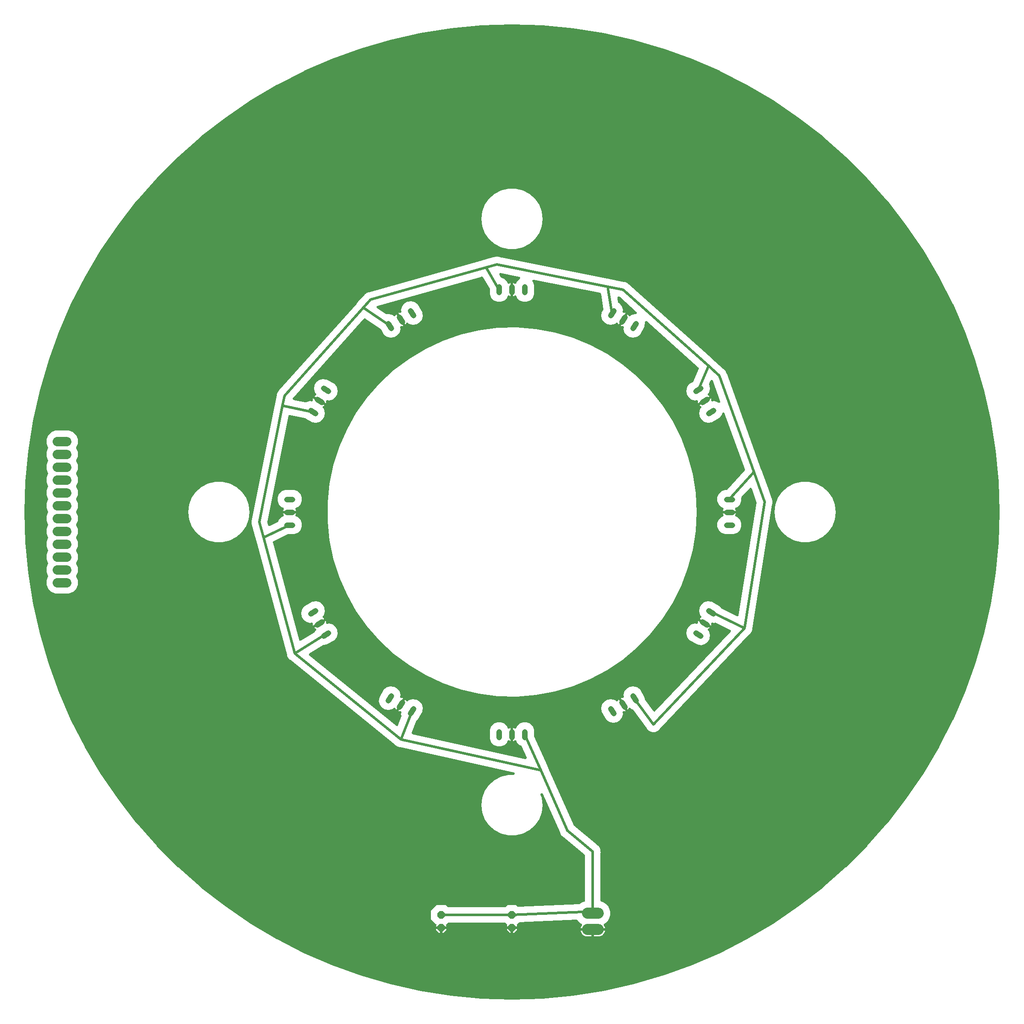
<source format=gbl>
G04 EAGLE Gerber RS-274X export*
G75*
%MOMM*%
%FSLAX34Y34*%
%LPD*%
%INBottom Copper*%
%IPPOS*%
%AMOC8*
5,1,8,0,0,1.08239X$1,22.5*%
G01*
%ADD10P,1.583577X8X292.500000*%
%ADD11C,1.828800*%
%ADD12C,1.108000*%
%ADD13C,2.184400*%
%ADD14C,0.508000*%

G36*
X60498Y-962859D02*
X60498Y-962859D01*
X60553Y-962853D01*
X60657Y-962849D01*
X120837Y-957161D01*
X120891Y-957151D01*
X120995Y-957141D01*
X180699Y-947684D01*
X180753Y-947671D01*
X180856Y-947655D01*
X239848Y-934468D01*
X239901Y-934452D01*
X240003Y-934429D01*
X298051Y-917564D01*
X298102Y-917544D01*
X298202Y-917515D01*
X355077Y-897039D01*
X355127Y-897016D01*
X355225Y-896980D01*
X410702Y-872973D01*
X410750Y-872947D01*
X410846Y-872905D01*
X464706Y-845462D01*
X464753Y-845433D01*
X464846Y-845385D01*
X516876Y-814615D01*
X516905Y-814594D01*
X516910Y-814592D01*
X516929Y-814578D01*
X517011Y-814529D01*
X567006Y-780552D01*
X567049Y-780518D01*
X567135Y-780459D01*
X614898Y-743410D01*
X614939Y-743372D01*
X615021Y-743308D01*
X660364Y-703333D01*
X660402Y-703293D01*
X660480Y-703224D01*
X703224Y-660480D01*
X703259Y-660438D01*
X703333Y-660364D01*
X743308Y-615021D01*
X743341Y-614977D01*
X743410Y-614898D01*
X780459Y-567135D01*
X780488Y-567089D01*
X780552Y-567006D01*
X814529Y-517011D01*
X814556Y-516962D01*
X814615Y-516876D01*
X845385Y-464846D01*
X845409Y-464796D01*
X845462Y-464706D01*
X872905Y-410846D01*
X872926Y-410795D01*
X872973Y-410702D01*
X896980Y-355225D01*
X896997Y-355173D01*
X897039Y-355077D01*
X917515Y-298202D01*
X917529Y-298149D01*
X917564Y-298051D01*
X934429Y-240003D01*
X934439Y-239949D01*
X934468Y-239848D01*
X947655Y-180856D01*
X947662Y-180802D01*
X947684Y-180699D01*
X957141Y-120995D01*
X957144Y-120940D01*
X957161Y-120837D01*
X962849Y-60657D01*
X962850Y-60602D01*
X962859Y-60498D01*
X964758Y-80D01*
X964755Y-25D01*
X964758Y80D01*
X962859Y60498D01*
X962853Y60553D01*
X962849Y60657D01*
X957161Y120837D01*
X957151Y120891D01*
X957141Y120995D01*
X947684Y180699D01*
X947671Y180753D01*
X947655Y180856D01*
X934468Y239848D01*
X934452Y239901D01*
X934429Y240003D01*
X917564Y298051D01*
X917544Y298102D01*
X917515Y298202D01*
X897039Y355077D01*
X897016Y355127D01*
X896980Y355225D01*
X872973Y410702D01*
X872947Y410750D01*
X872905Y410846D01*
X845462Y464706D01*
X845433Y464753D01*
X845385Y464846D01*
X814615Y516876D01*
X814583Y516921D01*
X814561Y516958D01*
X814553Y516972D01*
X814548Y516979D01*
X814529Y517011D01*
X780552Y567006D01*
X780518Y567049D01*
X780459Y567135D01*
X743410Y614898D01*
X743372Y614939D01*
X743308Y615021D01*
X703333Y660364D01*
X703293Y660402D01*
X703224Y660480D01*
X660480Y703224D01*
X660438Y703259D01*
X660364Y703333D01*
X615021Y743308D01*
X614977Y743341D01*
X614898Y743410D01*
X567135Y780459D01*
X567089Y780488D01*
X567006Y780552D01*
X517011Y814529D01*
X516962Y814556D01*
X516876Y814615D01*
X464846Y845385D01*
X464796Y845409D01*
X464768Y845425D01*
X464744Y845441D01*
X464737Y845444D01*
X464706Y845462D01*
X410846Y872905D01*
X410795Y872926D01*
X410702Y872973D01*
X355225Y896980D01*
X355173Y896997D01*
X355077Y897039D01*
X298202Y917515D01*
X298149Y917529D01*
X298051Y917564D01*
X240003Y934429D01*
X239949Y934439D01*
X239848Y934468D01*
X180856Y947655D01*
X180802Y947662D01*
X180699Y947684D01*
X120995Y957141D01*
X120940Y957144D01*
X120837Y957161D01*
X60657Y962849D01*
X60602Y962850D01*
X60498Y962859D01*
X80Y964758D01*
X25Y964755D01*
X-80Y964758D01*
X-60498Y962859D01*
X-60553Y962853D01*
X-60657Y962849D01*
X-120837Y957161D01*
X-120891Y957151D01*
X-120995Y957141D01*
X-180699Y947684D01*
X-180753Y947671D01*
X-180856Y947655D01*
X-239848Y934468D01*
X-239901Y934452D01*
X-240003Y934429D01*
X-298051Y917564D01*
X-298102Y917544D01*
X-298202Y917515D01*
X-355077Y897039D01*
X-355127Y897016D01*
X-355225Y896980D01*
X-410702Y872973D01*
X-410750Y872947D01*
X-410846Y872905D01*
X-464706Y845462D01*
X-464753Y845433D01*
X-464846Y845385D01*
X-516876Y814615D01*
X-516921Y814583D01*
X-517011Y814529D01*
X-567006Y780552D01*
X-567049Y780518D01*
X-567135Y780459D01*
X-614898Y743410D01*
X-614939Y743372D01*
X-615021Y743308D01*
X-660364Y703333D01*
X-660402Y703293D01*
X-660480Y703224D01*
X-703224Y660480D01*
X-703259Y660438D01*
X-703333Y660364D01*
X-743308Y615021D01*
X-743341Y614977D01*
X-743410Y614898D01*
X-780459Y567135D01*
X-780488Y567089D01*
X-780552Y567006D01*
X-814529Y517011D01*
X-814556Y516962D01*
X-814615Y516876D01*
X-845385Y464846D01*
X-845409Y464796D01*
X-845462Y464706D01*
X-872905Y410846D01*
X-872926Y410795D01*
X-872973Y410702D01*
X-896980Y355225D01*
X-896997Y355173D01*
X-897039Y355077D01*
X-917515Y298202D01*
X-917529Y298149D01*
X-917564Y298051D01*
X-934429Y240003D01*
X-934439Y239949D01*
X-934468Y239848D01*
X-947655Y180856D01*
X-947662Y180802D01*
X-947684Y180699D01*
X-957141Y120995D01*
X-957144Y120940D01*
X-957161Y120837D01*
X-962849Y60657D01*
X-962850Y60602D01*
X-962859Y60498D01*
X-964758Y80D01*
X-964755Y25D01*
X-964758Y-80D01*
X-962859Y-60498D01*
X-962853Y-60553D01*
X-962849Y-60657D01*
X-957161Y-120837D01*
X-957151Y-120891D01*
X-957141Y-120995D01*
X-947684Y-180699D01*
X-947671Y-180753D01*
X-947655Y-180856D01*
X-934468Y-239848D01*
X-934452Y-239901D01*
X-934429Y-240003D01*
X-917564Y-298051D01*
X-917544Y-298102D01*
X-917515Y-298202D01*
X-897039Y-355077D01*
X-897016Y-355127D01*
X-896980Y-355225D01*
X-872973Y-410702D01*
X-872947Y-410750D01*
X-872905Y-410846D01*
X-845462Y-464706D01*
X-845433Y-464753D01*
X-845385Y-464846D01*
X-814615Y-516876D01*
X-814596Y-516903D01*
X-814581Y-516932D01*
X-814559Y-516960D01*
X-814529Y-517011D01*
X-780552Y-567006D01*
X-780518Y-567049D01*
X-780459Y-567135D01*
X-743410Y-614898D01*
X-743372Y-614939D01*
X-743308Y-615021D01*
X-703333Y-660364D01*
X-703293Y-660402D01*
X-703224Y-660480D01*
X-660480Y-703224D01*
X-660438Y-703259D01*
X-660364Y-703333D01*
X-615021Y-743308D01*
X-614977Y-743341D01*
X-614898Y-743410D01*
X-567135Y-780459D01*
X-567089Y-780488D01*
X-567006Y-780552D01*
X-517011Y-814529D01*
X-516962Y-814556D01*
X-516876Y-814615D01*
X-464846Y-845385D01*
X-464796Y-845409D01*
X-464706Y-845462D01*
X-410846Y-872905D01*
X-410795Y-872926D01*
X-410702Y-872973D01*
X-355225Y-896980D01*
X-355173Y-896997D01*
X-355077Y-897039D01*
X-298202Y-917515D01*
X-298149Y-917529D01*
X-298051Y-917564D01*
X-240003Y-934429D01*
X-239949Y-934439D01*
X-239848Y-934468D01*
X-180856Y-947655D01*
X-180802Y-947662D01*
X-180699Y-947684D01*
X-120995Y-957141D01*
X-120940Y-957144D01*
X-120837Y-957161D01*
X-60657Y-962849D01*
X-60602Y-962850D01*
X-60498Y-962859D01*
X-80Y-964758D01*
X-25Y-964755D01*
X80Y-964758D01*
X60498Y-962859D01*
G37*
%LPC*%
G36*
X-28187Y-364148D02*
X-28187Y-364148D01*
X-65480Y-359320D01*
X-102079Y-350683D01*
X-137595Y-338328D01*
X-171653Y-322387D01*
X-203891Y-303029D01*
X-233969Y-280459D01*
X-261566Y-254915D01*
X-286390Y-226670D01*
X-308178Y-196022D01*
X-326700Y-163295D01*
X-341759Y-128838D01*
X-353195Y-93016D01*
X-360887Y-56207D01*
X-364753Y-18802D01*
X-364753Y18802D01*
X-360887Y56207D01*
X-353195Y93016D01*
X-341759Y128838D01*
X-326700Y163295D01*
X-308178Y196022D01*
X-286390Y226670D01*
X-261566Y254915D01*
X-233969Y280459D01*
X-203892Y303029D01*
X-171653Y322387D01*
X-137595Y338328D01*
X-102079Y350682D01*
X-65480Y359320D01*
X-28188Y364148D01*
X9404Y365116D01*
X46896Y362214D01*
X83890Y355473D01*
X119996Y344963D01*
X154829Y330796D01*
X188021Y313123D01*
X219221Y292131D01*
X248096Y268042D01*
X274342Y241112D01*
X297679Y211626D01*
X317861Y179897D01*
X334673Y146261D01*
X347938Y111074D01*
X357515Y74710D01*
X363302Y37554D01*
X365237Y0D01*
X363302Y-37554D01*
X357515Y-74710D01*
X347938Y-111074D01*
X334673Y-146261D01*
X317861Y-179897D01*
X297679Y-211627D01*
X274341Y-241112D01*
X248096Y-268042D01*
X219221Y-292131D01*
X188022Y-313123D01*
X154829Y-330796D01*
X119996Y-344963D01*
X83890Y-355473D01*
X70469Y-357918D01*
X70468Y-357918D01*
X56535Y-360458D01*
X56534Y-360458D01*
X46896Y-362214D01*
X9404Y-365116D01*
X-28187Y-364148D01*
G37*
%LPD*%
%LPC*%
G36*
X160000Y-823461D02*
X160000Y-823461D01*
X135850Y-823461D01*
X135947Y-822847D01*
X136602Y-820832D01*
X137564Y-818944D01*
X138114Y-818186D01*
X138200Y-818042D01*
X138293Y-817903D01*
X138316Y-817849D01*
X138346Y-817800D01*
X138405Y-817643D01*
X138471Y-817489D01*
X138485Y-817433D01*
X138505Y-817379D01*
X138536Y-817214D01*
X138574Y-817051D01*
X138577Y-816993D01*
X138588Y-816936D01*
X138589Y-816768D01*
X138598Y-816601D01*
X138590Y-816544D01*
X138591Y-816486D01*
X138562Y-816321D01*
X138542Y-816155D01*
X138524Y-816099D01*
X138514Y-816042D01*
X138457Y-815884D01*
X138407Y-815725D01*
X138381Y-815673D01*
X138361Y-815619D01*
X138277Y-815474D01*
X138199Y-815325D01*
X138164Y-815279D01*
X138135Y-815229D01*
X138027Y-815102D01*
X137924Y-814969D01*
X137881Y-814930D01*
X137844Y-814886D01*
X137714Y-814779D01*
X137590Y-814667D01*
X137529Y-814627D01*
X137496Y-814599D01*
X137443Y-814569D01*
X137330Y-814494D01*
X134573Y-812903D01*
X130175Y-808505D01*
X129886Y-808003D01*
X129826Y-807918D01*
X129774Y-807828D01*
X129696Y-807734D01*
X129627Y-807635D01*
X129553Y-807562D01*
X129486Y-807482D01*
X129393Y-807403D01*
X129307Y-807318D01*
X129221Y-807259D01*
X129142Y-807192D01*
X129036Y-807131D01*
X128936Y-807062D01*
X128841Y-807019D01*
X128751Y-806968D01*
X128637Y-806927D01*
X128526Y-806876D01*
X128425Y-806851D01*
X128327Y-806816D01*
X128207Y-806796D01*
X128090Y-806766D01*
X127986Y-806758D01*
X127883Y-806741D01*
X127701Y-806738D01*
X127640Y-806734D01*
X127613Y-806737D01*
X127571Y-806736D01*
X14658Y-811888D01*
X14552Y-811902D01*
X14445Y-811906D01*
X14329Y-811932D01*
X14211Y-811948D01*
X14110Y-811981D01*
X14006Y-812004D01*
X13896Y-812050D01*
X13783Y-812086D01*
X13689Y-812136D01*
X13590Y-812178D01*
X13490Y-812242D01*
X13385Y-812298D01*
X13302Y-812364D01*
X13212Y-812422D01*
X13080Y-812538D01*
X13032Y-812577D01*
X13012Y-812598D01*
X12978Y-812629D01*
X10218Y-815389D01*
X10196Y-815415D01*
X10170Y-815438D01*
X10052Y-815588D01*
X9929Y-815734D01*
X9912Y-815764D01*
X9890Y-815791D01*
X9800Y-815960D01*
X9706Y-816125D01*
X9694Y-816158D01*
X9678Y-816188D01*
X9619Y-816369D01*
X9555Y-816549D01*
X9549Y-816584D01*
X9539Y-816616D01*
X9513Y-816805D01*
X9481Y-816993D01*
X9482Y-817028D01*
X9477Y-817063D01*
X9485Y-817253D01*
X9488Y-817444D01*
X9494Y-817478D01*
X9496Y-817512D01*
X9537Y-817698D01*
X9573Y-817886D01*
X9586Y-817918D01*
X9593Y-817952D01*
X9667Y-818127D01*
X9735Y-818306D01*
X9754Y-818336D01*
X9767Y-818367D01*
X9856Y-818505D01*
X9856Y-820161D01*
X0Y-820161D01*
X-9856Y-820161D01*
X-9856Y-818513D01*
X-9801Y-818409D01*
X-9706Y-818243D01*
X-9694Y-818211D01*
X-9678Y-818180D01*
X-9619Y-817999D01*
X-9555Y-817819D01*
X-9549Y-817785D01*
X-9539Y-817752D01*
X-9513Y-817563D01*
X-9482Y-817375D01*
X-9482Y-817340D01*
X-9477Y-817306D01*
X-9485Y-817115D01*
X-9488Y-816925D01*
X-9494Y-816891D01*
X-9496Y-816856D01*
X-9537Y-816670D01*
X-9573Y-816483D01*
X-9586Y-816450D01*
X-9593Y-816416D01*
X-9667Y-816240D01*
X-9735Y-816063D01*
X-9753Y-816033D01*
X-9767Y-816001D01*
X-9870Y-815841D01*
X-9969Y-815678D01*
X-9992Y-815652D01*
X-10011Y-815623D01*
X-10218Y-815389D01*
X-12322Y-813284D01*
X-12449Y-813179D01*
X-12569Y-813067D01*
X-12621Y-813035D01*
X-12668Y-812996D01*
X-12810Y-812914D01*
X-12949Y-812826D01*
X-13006Y-812802D01*
X-13059Y-812772D01*
X-13213Y-812717D01*
X-13366Y-812655D01*
X-13425Y-812642D01*
X-13483Y-812621D01*
X-13645Y-812595D01*
X-13806Y-812560D01*
X-13883Y-812555D01*
X-13927Y-812548D01*
X-13988Y-812549D01*
X-14118Y-812541D01*
X-125882Y-812541D01*
X-126046Y-812555D01*
X-126210Y-812562D01*
X-126270Y-812575D01*
X-126331Y-812581D01*
X-126489Y-812624D01*
X-126650Y-812660D01*
X-126706Y-812683D01*
X-126765Y-812699D01*
X-126913Y-812770D01*
X-127065Y-812833D01*
X-127117Y-812866D01*
X-127172Y-812893D01*
X-127305Y-812988D01*
X-127444Y-813077D01*
X-127501Y-813129D01*
X-127538Y-813155D01*
X-127580Y-813198D01*
X-127678Y-813284D01*
X-129782Y-815389D01*
X-129804Y-815415D01*
X-129830Y-815438D01*
X-129949Y-815588D01*
X-130071Y-815734D01*
X-130088Y-815764D01*
X-130110Y-815791D01*
X-130200Y-815959D01*
X-130294Y-816125D01*
X-130306Y-816158D01*
X-130322Y-816188D01*
X-130381Y-816369D01*
X-130445Y-816549D01*
X-130451Y-816584D01*
X-130461Y-816616D01*
X-130487Y-816806D01*
X-130518Y-816993D01*
X-130518Y-817028D01*
X-130523Y-817063D01*
X-130515Y-817254D01*
X-130512Y-817444D01*
X-130506Y-817478D01*
X-130504Y-817512D01*
X-130463Y-817698D01*
X-130427Y-817886D01*
X-130414Y-817918D01*
X-130407Y-817952D01*
X-130333Y-818128D01*
X-130265Y-818306D01*
X-130247Y-818335D01*
X-130233Y-818367D01*
X-130144Y-818505D01*
X-130144Y-820161D01*
X-140000Y-820161D01*
X-149856Y-820161D01*
X-149856Y-818513D01*
X-149801Y-818409D01*
X-149706Y-818243D01*
X-149694Y-818211D01*
X-149678Y-818180D01*
X-149619Y-817999D01*
X-149555Y-817819D01*
X-149549Y-817785D01*
X-149539Y-817752D01*
X-149513Y-817563D01*
X-149482Y-817375D01*
X-149482Y-817340D01*
X-149477Y-817306D01*
X-149485Y-817115D01*
X-149488Y-816925D01*
X-149494Y-816891D01*
X-149496Y-816856D01*
X-149537Y-816670D01*
X-149573Y-816483D01*
X-149586Y-816450D01*
X-149593Y-816416D01*
X-149667Y-816240D01*
X-149735Y-816063D01*
X-149753Y-816033D01*
X-149767Y-816001D01*
X-149870Y-815841D01*
X-149969Y-815678D01*
X-149992Y-815652D01*
X-150011Y-815623D01*
X-150218Y-815389D01*
X-160016Y-805591D01*
X-160016Y-789009D01*
X-148291Y-777284D01*
X-131709Y-777284D01*
X-127678Y-781316D01*
X-127551Y-781421D01*
X-127431Y-781533D01*
X-127379Y-781565D01*
X-127332Y-781604D01*
X-127190Y-781686D01*
X-127051Y-781774D01*
X-126994Y-781798D01*
X-126941Y-781828D01*
X-126787Y-781883D01*
X-126634Y-781945D01*
X-126575Y-781958D01*
X-126517Y-781979D01*
X-126355Y-782005D01*
X-126194Y-782040D01*
X-126117Y-782045D01*
X-126073Y-782052D01*
X-126012Y-782051D01*
X-125882Y-782059D01*
X-14118Y-782059D01*
X-13954Y-782045D01*
X-13790Y-782038D01*
X-13730Y-782025D01*
X-13669Y-782019D01*
X-13511Y-781976D01*
X-13350Y-781940D01*
X-13294Y-781917D01*
X-13235Y-781901D01*
X-13086Y-781830D01*
X-12935Y-781767D01*
X-12883Y-781734D01*
X-12828Y-781707D01*
X-12695Y-781612D01*
X-12556Y-781522D01*
X-12499Y-781471D01*
X-12462Y-781445D01*
X-12420Y-781402D01*
X-12322Y-781316D01*
X-8291Y-777284D01*
X8291Y-777284D01*
X11689Y-780682D01*
X11857Y-780823D01*
X12029Y-780967D01*
X12032Y-780969D01*
X12034Y-780971D01*
X12228Y-781082D01*
X12419Y-781192D01*
X12422Y-781193D01*
X12425Y-781194D01*
X12639Y-781270D01*
X12843Y-781343D01*
X12846Y-781344D01*
X12849Y-781345D01*
X13067Y-781381D01*
X13287Y-781418D01*
X13291Y-781418D01*
X13293Y-781418D01*
X13305Y-781418D01*
X13600Y-781423D01*
X132745Y-775987D01*
X132851Y-775973D01*
X132957Y-775968D01*
X133073Y-775943D01*
X133191Y-775927D01*
X133293Y-775894D01*
X133397Y-775871D01*
X133507Y-775825D01*
X133620Y-775788D01*
X133714Y-775738D01*
X133812Y-775697D01*
X133912Y-775633D01*
X134017Y-775577D01*
X134101Y-775511D01*
X134191Y-775453D01*
X134322Y-775336D01*
X134371Y-775298D01*
X134390Y-775276D01*
X134425Y-775246D01*
X134573Y-775097D01*
X139960Y-771987D01*
X142877Y-771205D01*
X143021Y-771153D01*
X143167Y-771109D01*
X143232Y-771076D01*
X143300Y-771051D01*
X143432Y-770974D01*
X143569Y-770904D01*
X143626Y-770860D01*
X143689Y-770824D01*
X143806Y-770725D01*
X143927Y-770632D01*
X143976Y-770579D01*
X144032Y-770532D01*
X144129Y-770414D01*
X144233Y-770301D01*
X144272Y-770240D01*
X144317Y-770184D01*
X144392Y-770051D01*
X144474Y-769921D01*
X144502Y-769854D01*
X144537Y-769791D01*
X144587Y-769646D01*
X144645Y-769505D01*
X144661Y-769434D01*
X144684Y-769365D01*
X144708Y-769214D01*
X144740Y-769065D01*
X144746Y-768971D01*
X144754Y-768920D01*
X144752Y-768864D01*
X144759Y-768753D01*
X144759Y-679994D01*
X144754Y-679940D01*
X144757Y-679886D01*
X144735Y-679717D01*
X144719Y-679546D01*
X144705Y-679493D01*
X144698Y-679440D01*
X144646Y-679277D01*
X144601Y-679111D01*
X144578Y-679062D01*
X144561Y-679011D01*
X144481Y-678859D01*
X144407Y-678705D01*
X144376Y-678661D01*
X144350Y-678613D01*
X144245Y-678478D01*
X144145Y-678339D01*
X144106Y-678301D01*
X144073Y-678258D01*
X143846Y-678044D01*
X102505Y-643593D01*
X102476Y-643573D01*
X102451Y-643549D01*
X102292Y-643445D01*
X102135Y-643337D01*
X102103Y-643322D01*
X102074Y-643303D01*
X101789Y-643173D01*
X101708Y-643142D01*
X99925Y-641450D01*
X99882Y-641416D01*
X99803Y-641341D01*
X97914Y-639767D01*
X97874Y-639691D01*
X97855Y-639661D01*
X97840Y-639629D01*
X97733Y-639472D01*
X97630Y-639312D01*
X97606Y-639286D01*
X97586Y-639257D01*
X97373Y-639029D01*
X97310Y-638969D01*
X96310Y-636723D01*
X96283Y-636674D01*
X96239Y-636576D01*
X95096Y-634399D01*
X95088Y-634312D01*
X95082Y-634278D01*
X95081Y-634243D01*
X95042Y-634056D01*
X95008Y-633869D01*
X94996Y-633837D01*
X94989Y-633802D01*
X94879Y-633509D01*
X61254Y-557992D01*
X61180Y-557858D01*
X61112Y-557719D01*
X61070Y-557661D01*
X61035Y-557599D01*
X60938Y-557480D01*
X60848Y-557355D01*
X60796Y-557306D01*
X60750Y-557250D01*
X60634Y-557150D01*
X60523Y-557044D01*
X60463Y-557004D01*
X60408Y-556957D01*
X60276Y-556879D01*
X60148Y-556794D01*
X60082Y-556766D01*
X60020Y-556729D01*
X59876Y-556676D01*
X59735Y-556615D01*
X59665Y-556598D01*
X59597Y-556574D01*
X59446Y-556547D01*
X59296Y-556512D01*
X59225Y-556508D01*
X59154Y-556495D01*
X59000Y-556496D01*
X58847Y-556487D01*
X58776Y-556496D01*
X58704Y-556496D01*
X58552Y-556524D01*
X58400Y-556543D01*
X58331Y-556564D01*
X58261Y-556577D01*
X58117Y-556630D01*
X57970Y-556676D01*
X57906Y-556709D01*
X57839Y-556734D01*
X57707Y-556813D01*
X57570Y-556883D01*
X57513Y-556927D01*
X57452Y-556964D01*
X57335Y-557064D01*
X57213Y-557158D01*
X57165Y-557211D01*
X57111Y-557258D01*
X57014Y-557378D01*
X56911Y-557491D01*
X56873Y-557552D01*
X56827Y-557608D01*
X56753Y-557743D01*
X56672Y-557873D01*
X56645Y-557940D01*
X56610Y-558002D01*
X56561Y-558148D01*
X56504Y-558291D01*
X56489Y-558361D01*
X56466Y-558429D01*
X56444Y-558581D01*
X56412Y-558732D01*
X56410Y-558803D01*
X56400Y-558874D01*
X56404Y-559028D01*
X56400Y-559182D01*
X56411Y-559253D01*
X56413Y-559324D01*
X56445Y-559475D01*
X56468Y-559627D01*
X56495Y-559715D01*
X56506Y-559765D01*
X56535Y-559844D01*
X56560Y-559925D01*
X58688Y-565535D01*
X60444Y-580000D01*
X58688Y-594465D01*
X53521Y-608090D01*
X45243Y-620082D01*
X34336Y-629744D01*
X21434Y-636516D01*
X7286Y-640003D01*
X-7286Y-640003D01*
X-21434Y-636516D01*
X-34336Y-629744D01*
X-45243Y-620082D01*
X-53521Y-608090D01*
X-58688Y-594465D01*
X-60444Y-580000D01*
X-58688Y-565535D01*
X-53521Y-551910D01*
X-45243Y-539918D01*
X-34336Y-530256D01*
X-21434Y-523484D01*
X-7286Y-519997D01*
X2739Y-519997D01*
X2913Y-519981D01*
X3088Y-519973D01*
X3137Y-519961D01*
X3188Y-519957D01*
X3357Y-519911D01*
X3526Y-519872D01*
X3573Y-519852D01*
X3622Y-519838D01*
X3780Y-519763D01*
X3940Y-519695D01*
X3983Y-519667D01*
X4029Y-519645D01*
X4171Y-519543D01*
X4317Y-519447D01*
X4354Y-519412D01*
X4395Y-519383D01*
X4517Y-519257D01*
X4643Y-519138D01*
X4673Y-519097D01*
X4709Y-519060D01*
X4807Y-518915D01*
X4910Y-518775D01*
X4933Y-518729D01*
X4961Y-518687D01*
X5032Y-518527D01*
X5109Y-518371D01*
X5123Y-518322D01*
X5143Y-518275D01*
X5185Y-518106D01*
X5233Y-517938D01*
X5238Y-517887D01*
X5250Y-517838D01*
X5261Y-517664D01*
X5278Y-517490D01*
X5275Y-517439D01*
X5278Y-517388D01*
X5258Y-517215D01*
X5244Y-517041D01*
X5232Y-516992D01*
X5226Y-516941D01*
X5175Y-516774D01*
X5131Y-516605D01*
X5110Y-516559D01*
X5095Y-516510D01*
X5016Y-516354D01*
X4943Y-516196D01*
X4914Y-516154D01*
X4891Y-516109D01*
X4786Y-515970D01*
X4686Y-515827D01*
X4650Y-515791D01*
X4619Y-515750D01*
X4491Y-515632D01*
X4367Y-515508D01*
X4325Y-515479D01*
X4288Y-515445D01*
X4141Y-515351D01*
X3997Y-515252D01*
X3951Y-515230D01*
X3908Y-515203D01*
X3747Y-515137D01*
X3588Y-515064D01*
X3527Y-515047D01*
X3492Y-515032D01*
X3430Y-515019D01*
X3288Y-514978D01*
X-220467Y-465506D01*
X-220494Y-465502D01*
X-220521Y-465494D01*
X-220717Y-465473D01*
X-220913Y-465448D01*
X-220941Y-465449D01*
X-220968Y-465446D01*
X-221281Y-465460D01*
X-221419Y-465474D01*
X-221682Y-465397D01*
X-221691Y-465395D01*
X-221699Y-465392D01*
X-221912Y-465350D01*
X-222123Y-465308D01*
X-222132Y-465307D01*
X-222141Y-465306D01*
X-222454Y-465293D01*
X-222727Y-465298D01*
X-224263Y-464697D01*
X-224303Y-464686D01*
X-224340Y-464669D01*
X-224399Y-464652D01*
X-224426Y-464641D01*
X-224472Y-464631D01*
X-224640Y-464583D01*
X-226250Y-464227D01*
X-226365Y-464147D01*
X-226389Y-464133D01*
X-226410Y-464116D01*
X-226585Y-464021D01*
X-226755Y-463923D01*
X-226781Y-463913D01*
X-226806Y-463900D01*
X-227099Y-463793D01*
X-227233Y-463753D01*
X-227446Y-463581D01*
X-227454Y-463576D01*
X-227460Y-463570D01*
X-227639Y-463451D01*
X-227820Y-463330D01*
X-227828Y-463326D01*
X-227836Y-463321D01*
X-228119Y-463190D01*
X-228374Y-463090D01*
X-229563Y-461947D01*
X-229595Y-461922D01*
X-229623Y-461892D01*
X-229867Y-461697D01*
X-231219Y-460752D01*
X-231294Y-460634D01*
X-231311Y-460612D01*
X-231324Y-460588D01*
X-231448Y-460434D01*
X-231569Y-460278D01*
X-231589Y-460259D01*
X-231607Y-460237D01*
X-231837Y-460026D01*
X-438495Y-292732D01*
X-438532Y-292707D01*
X-438565Y-292677D01*
X-438825Y-292505D01*
X-440232Y-291695D01*
X-440500Y-291346D01*
X-440644Y-291190D01*
X-440784Y-291034D01*
X-440798Y-291024D01*
X-440805Y-291015D01*
X-440839Y-290990D01*
X-441026Y-290836D01*
X-441383Y-290578D01*
X-441411Y-290541D01*
X-441434Y-290499D01*
X-441545Y-290361D01*
X-441652Y-290218D01*
X-441686Y-290186D01*
X-441716Y-290149D01*
X-441946Y-289938D01*
X-442720Y-288512D01*
X-442745Y-288475D01*
X-442764Y-288435D01*
X-442939Y-288176D01*
X-443929Y-286890D01*
X-444043Y-286464D01*
X-444116Y-286266D01*
X-444186Y-286067D01*
X-444194Y-286052D01*
X-444198Y-286041D01*
X-444219Y-286005D01*
X-444334Y-285792D01*
X-444565Y-285417D01*
X-444576Y-285372D01*
X-444581Y-285325D01*
X-444631Y-285154D01*
X-444675Y-284981D01*
X-444695Y-284938D01*
X-444708Y-284893D01*
X-444840Y-284611D01*
X-445009Y-282996D01*
X-445018Y-282953D01*
X-445020Y-282908D01*
X-445083Y-282602D01*
X-506074Y-56064D01*
X-506102Y-55986D01*
X-506122Y-55906D01*
X-506216Y-55678D01*
X-506229Y-55641D01*
X-506235Y-55632D01*
X-506241Y-55617D01*
X-506831Y-54397D01*
X-506902Y-53194D01*
X-506917Y-53091D01*
X-506922Y-52988D01*
X-506959Y-52808D01*
X-506968Y-52748D01*
X-506976Y-52723D01*
X-506985Y-52682D01*
X-507429Y-51030D01*
X-513959Y-26777D01*
X-513970Y-26748D01*
X-513976Y-26717D01*
X-514047Y-26537D01*
X-514114Y-26354D01*
X-514130Y-26328D01*
X-514141Y-26299D01*
X-514298Y-26028D01*
X-514363Y-25932D01*
X-514834Y-23548D01*
X-514850Y-23493D01*
X-514873Y-23381D01*
X-515505Y-21035D01*
X-515490Y-20919D01*
X-515488Y-20888D01*
X-515483Y-20858D01*
X-515479Y-20664D01*
X-515471Y-20469D01*
X-515476Y-20439D01*
X-515475Y-20408D01*
X-515517Y-20098D01*
X-515539Y-19984D01*
X-515063Y-17602D01*
X-515057Y-17544D01*
X-515035Y-17432D01*
X-514721Y-15023D01*
X-514662Y-14922D01*
X-514649Y-14894D01*
X-514632Y-14868D01*
X-514555Y-14690D01*
X-514473Y-14513D01*
X-514465Y-14483D01*
X-514453Y-14455D01*
X-514373Y-14153D01*
X-469485Y210290D01*
X-469484Y210290D01*
X-469463Y210398D01*
X-469452Y210499D01*
X-469431Y210599D01*
X-469428Y210723D01*
X-469418Y210814D01*
X-468776Y213833D01*
X-468775Y213846D01*
X-468770Y213863D01*
X-465388Y230773D01*
X-465383Y230818D01*
X-465376Y230847D01*
X-465371Y230930D01*
X-465370Y230936D01*
X-465345Y231099D01*
X-465344Y231176D01*
X-465339Y231220D01*
X-465343Y231281D01*
X-465343Y231411D01*
X-465385Y232182D01*
X-464794Y233868D01*
X-464789Y233888D01*
X-464781Y233908D01*
X-464701Y234210D01*
X-464350Y235962D01*
X-463921Y236602D01*
X-463842Y236747D01*
X-463756Y236887D01*
X-463726Y236958D01*
X-463705Y236997D01*
X-463685Y237055D01*
X-463635Y237175D01*
X-463379Y237903D01*
X-462188Y239235D01*
X-462175Y239252D01*
X-462160Y239267D01*
X-461971Y239515D01*
X-460976Y240999D01*
X-460335Y241427D01*
X-460206Y241530D01*
X-460073Y241627D01*
X-460019Y241681D01*
X-459984Y241709D01*
X-459944Y241755D01*
X-459851Y241847D01*
X-308101Y411450D01*
X-306534Y413200D01*
X-306527Y413211D01*
X-306517Y413220D01*
X-306326Y413467D01*
X-305290Y414993D01*
X-304694Y415384D01*
X-304559Y415492D01*
X-304419Y415593D01*
X-304372Y415640D01*
X-304342Y415664D01*
X-304300Y415711D01*
X-304197Y415813D01*
X-292652Y428716D01*
X-292581Y428812D01*
X-292501Y428902D01*
X-292421Y429026D01*
X-292383Y429077D01*
X-292366Y429111D01*
X-292332Y429164D01*
X-291797Y430114D01*
X-290641Y431022D01*
X-290593Y431067D01*
X-290539Y431106D01*
X-290317Y431326D01*
X-289337Y432422D01*
X-288354Y432894D01*
X-288251Y432955D01*
X-288143Y433008D01*
X-288021Y433092D01*
X-287967Y433124D01*
X-287938Y433150D01*
X-287886Y433186D01*
X-287029Y433859D01*
X-285613Y434255D01*
X-285551Y434279D01*
X-285487Y434294D01*
X-285197Y434412D01*
X-285192Y434415D01*
X-283872Y435049D01*
X-282784Y435110D01*
X-282665Y435127D01*
X-282545Y435134D01*
X-282400Y435165D01*
X-282338Y435174D01*
X-282302Y435186D01*
X-282240Y435200D01*
X-57451Y498140D01*
X-57294Y498200D01*
X-57135Y498252D01*
X-57070Y498285D01*
X-57030Y498300D01*
X-56977Y498332D01*
X-56856Y498393D01*
X-56210Y498770D01*
X-54417Y499015D01*
X-54399Y499019D01*
X-54382Y499020D01*
X-54076Y499086D01*
X-51846Y499710D01*
X-36828Y503915D01*
X-36811Y503921D01*
X-36793Y503925D01*
X-36602Y504001D01*
X-36407Y504074D01*
X-36392Y504084D01*
X-36375Y504090D01*
X-36104Y504247D01*
X-35932Y504363D01*
X-33636Y504817D01*
X-33576Y504834D01*
X-33444Y504863D01*
X-31190Y505494D01*
X-31124Y505486D01*
X-30984Y505469D01*
X-30965Y505468D01*
X-30948Y505465D01*
X-30741Y505461D01*
X-30534Y505455D01*
X-30516Y505458D01*
X-30497Y505457D01*
X-30188Y505499D01*
X-29984Y505539D01*
X-27689Y505080D01*
X-27628Y505074D01*
X-27494Y505049D01*
X-25170Y504770D01*
X-24989Y504668D01*
X-24972Y504660D01*
X-24957Y504650D01*
X-24769Y504568D01*
X-24579Y504483D01*
X-24561Y504478D01*
X-24544Y504471D01*
X-24242Y504391D01*
X188752Y461792D01*
X189018Y461739D01*
X189097Y461730D01*
X189174Y461713D01*
X189320Y461706D01*
X189465Y461690D01*
X189545Y461696D01*
X189624Y461692D01*
X189661Y461696D01*
X192404Y461063D01*
X192432Y461059D01*
X192477Y461047D01*
X220773Y455388D01*
X220936Y455370D01*
X221099Y455345D01*
X221176Y455344D01*
X221220Y455339D01*
X221281Y455343D01*
X221411Y455343D01*
X222182Y455385D01*
X223868Y454794D01*
X223888Y454789D01*
X223908Y454781D01*
X224210Y454701D01*
X225962Y454350D01*
X226602Y453921D01*
X226747Y453842D01*
X226887Y453756D01*
X226958Y453726D01*
X226997Y453705D01*
X227055Y453685D01*
X227175Y453635D01*
X227903Y453379D01*
X229235Y452188D01*
X229252Y452175D01*
X229267Y452160D01*
X229515Y451971D01*
X230999Y450976D01*
X231427Y450335D01*
X231530Y450206D01*
X231627Y450073D01*
X231681Y450019D01*
X231709Y449984D01*
X231755Y449944D01*
X231847Y449851D01*
X396481Y302547D01*
X396947Y302130D01*
X397009Y302075D01*
X397024Y302063D01*
X397037Y302050D01*
X397204Y301929D01*
X397370Y301805D01*
X397386Y301797D01*
X397402Y301786D01*
X397679Y301643D01*
X397866Y301561D01*
X399487Y299867D01*
X399534Y299827D01*
X399628Y299731D01*
X401752Y297831D01*
X418227Y283090D01*
X418397Y282963D01*
X418565Y282835D01*
X418579Y282827D01*
X418588Y282820D01*
X418624Y282802D01*
X418839Y282684D01*
X419232Y282499D01*
X420658Y280932D01*
X420699Y280895D01*
X420843Y280749D01*
X422422Y279337D01*
X422610Y278945D01*
X422717Y278765D01*
X422825Y278580D01*
X422835Y278567D01*
X422840Y278558D01*
X422866Y278528D01*
X423020Y278336D01*
X423313Y278015D01*
X424030Y276022D01*
X424041Y275998D01*
X424045Y275987D01*
X424058Y275960D01*
X424131Y275781D01*
X425049Y273872D01*
X425073Y273438D01*
X425104Y273230D01*
X425132Y273019D01*
X425136Y273003D01*
X425138Y272993D01*
X425150Y272955D01*
X425219Y272719D01*
X492620Y85496D01*
X492644Y85443D01*
X492718Y85260D01*
X493640Y83334D01*
X493662Y82917D01*
X493693Y82704D01*
X493721Y82493D01*
X493725Y82480D01*
X493726Y82471D01*
X493738Y82437D01*
X493809Y82193D01*
X494121Y81325D01*
X505621Y49382D01*
X513487Y27530D01*
X513572Y27348D01*
X513653Y27165D01*
X513669Y27139D01*
X513677Y27121D01*
X513709Y27076D01*
X513820Y26901D01*
X514122Y26483D01*
X514595Y24500D01*
X514609Y24459D01*
X514676Y24229D01*
X515367Y22310D01*
X515342Y21795D01*
X515351Y21595D01*
X515355Y21395D01*
X515360Y21365D01*
X515361Y21345D01*
X515373Y21292D01*
X515409Y21087D01*
X515528Y20586D01*
X515206Y18572D01*
X515203Y18530D01*
X515177Y18291D01*
X515081Y16254D01*
X514862Y15787D01*
X514793Y15600D01*
X514720Y15412D01*
X514713Y15383D01*
X514707Y15365D01*
X514697Y15311D01*
X514652Y15107D01*
X475311Y-230773D01*
X475305Y-230853D01*
X475291Y-230931D01*
X475282Y-231189D01*
X475279Y-231222D01*
X475280Y-231231D01*
X475280Y-231243D01*
X475317Y-232619D01*
X475221Y-232869D01*
X475219Y-232878D01*
X475214Y-232887D01*
X475156Y-233098D01*
X475098Y-233302D01*
X475097Y-233312D01*
X475095Y-233321D01*
X475058Y-233631D01*
X475042Y-233899D01*
X474858Y-234280D01*
X474783Y-234479D01*
X474706Y-234678D01*
X474702Y-234692D01*
X474699Y-234701D01*
X474692Y-234738D01*
X474637Y-234983D01*
X474570Y-235401D01*
X473849Y-236574D01*
X473814Y-236645D01*
X473771Y-236711D01*
X473664Y-236946D01*
X473648Y-236977D01*
X473646Y-236985D01*
X473641Y-236996D01*
X473149Y-238281D01*
X472965Y-238475D01*
X472959Y-238483D01*
X472951Y-238490D01*
X472819Y-238659D01*
X472685Y-238828D01*
X472681Y-238837D01*
X472675Y-238845D01*
X472522Y-239117D01*
X472405Y-239358D01*
X472089Y-239640D01*
X471943Y-239795D01*
X471796Y-239950D01*
X471788Y-239961D01*
X471781Y-239968D01*
X471761Y-239999D01*
X471616Y-240205D01*
X471394Y-240566D01*
X470280Y-241373D01*
X470220Y-241425D01*
X470154Y-241470D01*
X469965Y-241646D01*
X469940Y-241669D01*
X469934Y-241675D01*
X469925Y-241684D01*
X292381Y-429091D01*
X292309Y-429182D01*
X292229Y-429267D01*
X292141Y-429395D01*
X292102Y-429444D01*
X292085Y-429476D01*
X292052Y-429524D01*
X291474Y-430479D01*
X290311Y-431335D01*
X290259Y-431381D01*
X290201Y-431421D01*
X289976Y-431631D01*
X289973Y-431633D01*
X289972Y-431634D01*
X288979Y-432682D01*
X287960Y-433137D01*
X287858Y-433194D01*
X287752Y-433242D01*
X287622Y-433326D01*
X287567Y-433357D01*
X287539Y-433379D01*
X287490Y-433411D01*
X286591Y-434072D01*
X285188Y-434418D01*
X285122Y-434441D01*
X285054Y-434455D01*
X284765Y-434563D01*
X284762Y-434564D01*
X284761Y-434565D01*
X283442Y-435153D01*
X282326Y-435183D01*
X282211Y-435197D01*
X282095Y-435200D01*
X281942Y-435228D01*
X281879Y-435235D01*
X281845Y-435246D01*
X281787Y-435256D01*
X280704Y-435523D01*
X279276Y-435306D01*
X279206Y-435302D01*
X279137Y-435289D01*
X278829Y-435278D01*
X278827Y-435278D01*
X278826Y-435278D01*
X278825Y-435278D01*
X277381Y-435317D01*
X276339Y-434918D01*
X276227Y-434886D01*
X276118Y-434845D01*
X275966Y-434812D01*
X275906Y-434795D01*
X275870Y-434791D01*
X275813Y-434779D01*
X274710Y-434611D01*
X273474Y-433864D01*
X273411Y-433833D01*
X273352Y-433795D01*
X273072Y-433667D01*
X273069Y-433666D01*
X273068Y-433665D01*
X271719Y-433149D01*
X270909Y-432381D01*
X270818Y-432309D01*
X270733Y-432230D01*
X270605Y-432141D01*
X270556Y-432102D01*
X270524Y-432085D01*
X270476Y-432052D01*
X269521Y-431474D01*
X268665Y-430311D01*
X268619Y-430259D01*
X268579Y-430201D01*
X268369Y-429976D01*
X268367Y-429973D01*
X268366Y-429972D01*
X267317Y-428979D01*
X266863Y-427960D01*
X266806Y-427858D01*
X266758Y-427752D01*
X266697Y-427658D01*
X266683Y-427629D01*
X266666Y-427606D01*
X266643Y-427566D01*
X266621Y-427539D01*
X266589Y-427490D01*
X239980Y-391326D01*
X239964Y-391308D01*
X239952Y-391288D01*
X239816Y-391140D01*
X239682Y-390989D01*
X239664Y-390974D01*
X239647Y-390956D01*
X239487Y-390834D01*
X239329Y-390709D01*
X239308Y-390698D01*
X239289Y-390683D01*
X239110Y-390591D01*
X238933Y-390496D01*
X238910Y-390489D01*
X238889Y-390478D01*
X238592Y-390379D01*
X236541Y-389829D01*
X234104Y-387959D01*
X234013Y-387901D01*
X233927Y-387835D01*
X233823Y-387781D01*
X233724Y-387718D01*
X233624Y-387677D01*
X233528Y-387627D01*
X233416Y-387592D01*
X233307Y-387547D01*
X233202Y-387525D01*
X233098Y-387492D01*
X232982Y-387478D01*
X232867Y-387453D01*
X232759Y-387450D01*
X232651Y-387436D01*
X232534Y-387442D01*
X232417Y-387438D01*
X232310Y-387454D01*
X232202Y-387460D01*
X232087Y-387486D01*
X231972Y-387503D01*
X231869Y-387537D01*
X231763Y-387562D01*
X231656Y-387609D01*
X231544Y-387646D01*
X231449Y-387698D01*
X231350Y-387741D01*
X231252Y-387805D01*
X231149Y-387861D01*
X231065Y-387929D01*
X230974Y-387989D01*
X230890Y-388070D01*
X230798Y-388144D01*
X230727Y-388225D01*
X230649Y-388300D01*
X230580Y-388395D01*
X230503Y-388483D01*
X230447Y-388576D01*
X230383Y-388664D01*
X230304Y-388816D01*
X230272Y-388870D01*
X230261Y-388898D01*
X230239Y-388941D01*
X229893Y-389717D01*
X229201Y-390783D01*
X228805Y-391223D01*
X222199Y-379782D01*
X222199Y-379781D01*
X215593Y-368340D01*
X216172Y-368217D01*
X217442Y-368151D01*
X218287Y-368239D01*
X218395Y-368241D01*
X218503Y-368253D01*
X218620Y-368245D01*
X218737Y-368246D01*
X218844Y-368229D01*
X218952Y-368221D01*
X219066Y-368193D01*
X219181Y-368174D01*
X219284Y-368138D01*
X219389Y-368111D01*
X219496Y-368063D01*
X219606Y-368024D01*
X219700Y-367971D01*
X219799Y-367926D01*
X219896Y-367860D01*
X219997Y-367802D01*
X220081Y-367732D01*
X220170Y-367671D01*
X220253Y-367589D01*
X220343Y-367514D01*
X220413Y-367431D01*
X220490Y-367355D01*
X220558Y-367259D01*
X220633Y-367169D01*
X220687Y-367075D01*
X220750Y-366986D01*
X220799Y-366880D01*
X220857Y-366779D01*
X220894Y-366676D01*
X220940Y-366578D01*
X220970Y-366465D01*
X221009Y-366355D01*
X221027Y-366248D01*
X221055Y-366143D01*
X221064Y-366026D01*
X221084Y-365911D01*
X221083Y-365802D01*
X221091Y-365694D01*
X221079Y-365523D01*
X221079Y-365460D01*
X221073Y-365431D01*
X221070Y-365382D01*
X220669Y-362337D01*
X222547Y-355328D01*
X226964Y-349571D01*
X233249Y-345942D01*
X240443Y-344995D01*
X247453Y-346873D01*
X253210Y-351291D01*
X262378Y-367171D01*
X262800Y-370376D01*
X262807Y-370408D01*
X262809Y-370440D01*
X262856Y-370627D01*
X262898Y-370816D01*
X262911Y-370845D01*
X262918Y-370877D01*
X262998Y-371053D01*
X263072Y-371231D01*
X263090Y-371258D01*
X263103Y-371287D01*
X263272Y-371550D01*
X279673Y-393839D01*
X279696Y-393866D01*
X279715Y-393895D01*
X279845Y-394034D01*
X279971Y-394177D01*
X279998Y-394199D01*
X280022Y-394224D01*
X280175Y-394338D01*
X280323Y-394456D01*
X280355Y-394473D01*
X280383Y-394494D01*
X280553Y-394579D01*
X280720Y-394669D01*
X280754Y-394680D01*
X280785Y-394696D01*
X280967Y-394750D01*
X281148Y-394809D01*
X281183Y-394814D01*
X281217Y-394823D01*
X281405Y-394844D01*
X281594Y-394870D01*
X281630Y-394869D01*
X281665Y-394873D01*
X281854Y-394860D01*
X282044Y-394852D01*
X282079Y-394845D01*
X282114Y-394842D01*
X282298Y-394796D01*
X282484Y-394755D01*
X282517Y-394741D01*
X282551Y-394733D01*
X282724Y-394655D01*
X282899Y-394582D01*
X282929Y-394563D01*
X282961Y-394548D01*
X283118Y-394441D01*
X283278Y-394338D01*
X283304Y-394314D01*
X283333Y-394294D01*
X283561Y-394080D01*
X432206Y-237177D01*
X432331Y-237020D01*
X432458Y-236865D01*
X432470Y-236844D01*
X432486Y-236824D01*
X432581Y-236647D01*
X432679Y-236473D01*
X432687Y-236449D01*
X432699Y-236427D01*
X432761Y-236237D01*
X432826Y-236047D01*
X432830Y-236023D01*
X432838Y-235999D01*
X432865Y-235800D01*
X432896Y-235603D01*
X432896Y-235578D01*
X432899Y-235553D01*
X432891Y-235353D01*
X432887Y-235152D01*
X432882Y-235128D01*
X432881Y-235103D01*
X432838Y-234908D01*
X432798Y-234711D01*
X432789Y-234688D01*
X432784Y-234664D01*
X432706Y-234479D01*
X432633Y-234292D01*
X432620Y-234271D01*
X432610Y-234248D01*
X432501Y-234080D01*
X432396Y-233909D01*
X432379Y-233891D01*
X432366Y-233870D01*
X432229Y-233724D01*
X432095Y-233574D01*
X432075Y-233559D01*
X432059Y-233541D01*
X431898Y-233421D01*
X431740Y-233297D01*
X431714Y-233283D01*
X431698Y-233271D01*
X431649Y-233246D01*
X431467Y-233144D01*
X402610Y-219207D01*
X402544Y-219182D01*
X402481Y-219149D01*
X402334Y-219102D01*
X402189Y-219048D01*
X402119Y-219035D01*
X402051Y-219014D01*
X401898Y-218994D01*
X401747Y-218966D01*
X401676Y-218965D01*
X401605Y-218956D01*
X401450Y-218964D01*
X401296Y-218963D01*
X401226Y-218975D01*
X401155Y-218979D01*
X400861Y-219038D01*
X400853Y-219040D01*
X400851Y-219040D01*
X400849Y-219041D01*
X399765Y-219331D01*
X396720Y-218930D01*
X396612Y-218926D01*
X396504Y-218911D01*
X396387Y-218916D01*
X396270Y-218911D01*
X396163Y-218926D01*
X396054Y-218931D01*
X395940Y-218956D01*
X395824Y-218972D01*
X395721Y-219005D01*
X395615Y-219029D01*
X395507Y-219075D01*
X395395Y-219111D01*
X395300Y-219162D01*
X395200Y-219204D01*
X395102Y-219268D01*
X394998Y-219323D01*
X394913Y-219390D01*
X394822Y-219449D01*
X394737Y-219529D01*
X394645Y-219602D01*
X394573Y-219683D01*
X394494Y-219757D01*
X394424Y-219851D01*
X394346Y-219939D01*
X394290Y-220031D01*
X394225Y-220118D01*
X394173Y-220223D01*
X394112Y-220323D01*
X394073Y-220424D01*
X394024Y-220521D01*
X393991Y-220634D01*
X393949Y-220743D01*
X393928Y-220849D01*
X393898Y-220953D01*
X393885Y-221070D01*
X393863Y-221185D01*
X393861Y-221293D01*
X393850Y-221401D01*
X393857Y-221573D01*
X393856Y-221635D01*
X393861Y-221665D01*
X393863Y-221713D01*
X393952Y-222558D01*
X393885Y-223828D01*
X393762Y-224407D01*
X382321Y-217801D01*
X370879Y-211195D01*
X371319Y-210799D01*
X372386Y-210107D01*
X373162Y-209761D01*
X373256Y-209709D01*
X373355Y-209665D01*
X373453Y-209599D01*
X373555Y-209542D01*
X373639Y-209474D01*
X373729Y-209413D01*
X373813Y-209331D01*
X373904Y-209257D01*
X373974Y-209175D01*
X374052Y-209100D01*
X374120Y-209004D01*
X374196Y-208915D01*
X374251Y-208822D01*
X374315Y-208734D01*
X374365Y-208628D01*
X374424Y-208527D01*
X374462Y-208425D01*
X374508Y-208327D01*
X374539Y-208214D01*
X374580Y-208104D01*
X374599Y-207998D01*
X374628Y-207893D01*
X374638Y-207776D01*
X374658Y-207661D01*
X374658Y-207553D01*
X374668Y-207445D01*
X374658Y-207328D01*
X374658Y-207211D01*
X374638Y-207104D01*
X374629Y-206996D01*
X374598Y-206883D01*
X374577Y-206768D01*
X374539Y-206666D01*
X374511Y-206562D01*
X374461Y-206456D01*
X374420Y-206346D01*
X374364Y-206253D01*
X374318Y-206155D01*
X374222Y-206012D01*
X374190Y-205959D01*
X374170Y-205936D01*
X374143Y-205896D01*
X372273Y-203459D01*
X370395Y-196449D01*
X371342Y-189255D01*
X374971Y-182970D01*
X380728Y-178553D01*
X387737Y-176675D01*
X394932Y-177622D01*
X410812Y-186790D01*
X413526Y-190327D01*
X413668Y-190482D01*
X413808Y-190638D01*
X413820Y-190648D01*
X413830Y-190659D01*
X413998Y-190786D01*
X414163Y-190915D01*
X414179Y-190924D01*
X414189Y-190931D01*
X414227Y-190951D01*
X414436Y-191068D01*
X445114Y-205885D01*
X445281Y-205948D01*
X445446Y-206017D01*
X445491Y-206028D01*
X445535Y-206044D01*
X445711Y-206077D01*
X445885Y-206116D01*
X445932Y-206118D01*
X445978Y-206126D01*
X446156Y-206127D01*
X446335Y-206135D01*
X446381Y-206129D01*
X446428Y-206129D01*
X446604Y-206099D01*
X446781Y-206074D01*
X446826Y-206060D01*
X446872Y-206052D01*
X447039Y-205991D01*
X447210Y-205936D01*
X447251Y-205914D01*
X447295Y-205898D01*
X447449Y-205808D01*
X447607Y-205724D01*
X447644Y-205695D01*
X447684Y-205672D01*
X447820Y-205556D01*
X447961Y-205445D01*
X447992Y-205411D01*
X448027Y-205380D01*
X448141Y-205242D01*
X448260Y-205109D01*
X448284Y-205069D01*
X448313Y-205033D01*
X448401Y-204877D01*
X448494Y-204724D01*
X448511Y-204681D01*
X448534Y-204640D01*
X448592Y-204471D01*
X448657Y-204305D01*
X448670Y-204248D01*
X448681Y-204215D01*
X448691Y-204152D01*
X448725Y-204000D01*
X484227Y17886D01*
X484229Y17918D01*
X484237Y17951D01*
X484245Y18144D01*
X484259Y18335D01*
X484255Y18368D01*
X484256Y18401D01*
X484231Y18591D01*
X484210Y18782D01*
X484201Y18814D01*
X484196Y18847D01*
X484109Y19147D01*
X476941Y39057D01*
X476941Y39058D01*
X474321Y46336D01*
X474232Y46527D01*
X474146Y46718D01*
X474138Y46731D01*
X474131Y46745D01*
X474010Y46917D01*
X473892Y47090D01*
X473881Y47101D01*
X473873Y47113D01*
X473724Y47261D01*
X473576Y47411D01*
X473564Y47420D01*
X473553Y47431D01*
X473380Y47550D01*
X473209Y47671D01*
X473195Y47677D01*
X473182Y47686D01*
X472991Y47773D01*
X472801Y47862D01*
X472786Y47866D01*
X472772Y47872D01*
X472570Y47924D01*
X472366Y47978D01*
X472351Y47979D01*
X472336Y47983D01*
X472128Y47998D01*
X471917Y48016D01*
X471902Y48014D01*
X471887Y48015D01*
X471679Y47993D01*
X471469Y47973D01*
X471454Y47969D01*
X471439Y47967D01*
X471237Y47908D01*
X471035Y47852D01*
X471022Y47846D01*
X471007Y47841D01*
X470819Y47748D01*
X470630Y47656D01*
X470617Y47647D01*
X470604Y47641D01*
X470436Y47516D01*
X470265Y47392D01*
X470252Y47379D01*
X470242Y47372D01*
X470213Y47340D01*
X470042Y47173D01*
X454431Y29792D01*
X454373Y29715D01*
X454307Y29644D01*
X454238Y29535D01*
X454161Y29432D01*
X454118Y29346D01*
X454098Y29317D01*
X454096Y29311D01*
X454066Y29264D01*
X454017Y29144D01*
X453959Y29029D01*
X453934Y28946D01*
X453916Y28905D01*
X453912Y28891D01*
X453895Y28847D01*
X453868Y28721D01*
X453831Y28598D01*
X453822Y28522D01*
X453809Y28468D01*
X453808Y28444D01*
X453800Y28407D01*
X453788Y28207D01*
X453781Y28150D01*
X453783Y28129D01*
X453781Y28095D01*
X453781Y21772D01*
X451004Y15067D01*
X445873Y9936D01*
X443035Y8761D01*
X442939Y8711D01*
X442838Y8669D01*
X442739Y8606D01*
X442636Y8552D01*
X442550Y8486D01*
X442459Y8428D01*
X442372Y8348D01*
X442280Y8277D01*
X442207Y8196D01*
X442127Y8123D01*
X442057Y8029D01*
X441978Y7942D01*
X441921Y7850D01*
X441855Y7764D01*
X441802Y7660D01*
X441740Y7560D01*
X441700Y7459D01*
X441651Y7363D01*
X441617Y7251D01*
X441573Y7142D01*
X441552Y7036D01*
X441520Y6932D01*
X441507Y6815D01*
X441483Y6701D01*
X441481Y6592D01*
X441468Y6485D01*
X441475Y6368D01*
X441472Y6250D01*
X441489Y6143D01*
X441496Y6035D01*
X441523Y5921D01*
X441541Y5805D01*
X441577Y5703D01*
X441602Y5598D01*
X441650Y5491D01*
X441688Y5380D01*
X441741Y5285D01*
X441784Y5186D01*
X441877Y5041D01*
X441907Y4986D01*
X441926Y4963D01*
X441952Y4922D01*
X442451Y4235D01*
X443029Y3102D01*
X443211Y2539D01*
X430000Y2539D01*
X416789Y2539D01*
X416971Y3102D01*
X417549Y4235D01*
X418048Y4922D01*
X418104Y5015D01*
X418168Y5103D01*
X418219Y5208D01*
X418279Y5309D01*
X418318Y5410D01*
X418365Y5507D01*
X418397Y5620D01*
X418439Y5730D01*
X418459Y5836D01*
X418488Y5940D01*
X418500Y6057D01*
X418521Y6172D01*
X418522Y6281D01*
X418533Y6388D01*
X418524Y6505D01*
X418524Y6623D01*
X418506Y6729D01*
X418497Y6837D01*
X418468Y6951D01*
X418448Y7066D01*
X418411Y7168D01*
X418383Y7273D01*
X418334Y7379D01*
X418294Y7490D01*
X418240Y7583D01*
X418194Y7682D01*
X418127Y7778D01*
X418068Y7879D01*
X417998Y7962D01*
X417936Y8050D01*
X417853Y8133D01*
X417777Y8222D01*
X417693Y8291D01*
X417617Y8368D01*
X417520Y8434D01*
X417430Y8509D01*
X417335Y8562D01*
X417246Y8624D01*
X417091Y8699D01*
X417037Y8730D01*
X417009Y8740D01*
X416965Y8761D01*
X414127Y9936D01*
X408996Y15067D01*
X406219Y21772D01*
X406219Y29028D01*
X408996Y35733D01*
X414127Y40864D01*
X420832Y43641D01*
X424765Y43641D01*
X424773Y43641D01*
X424780Y43641D01*
X424997Y43661D01*
X425214Y43681D01*
X425221Y43683D01*
X425228Y43683D01*
X425439Y43742D01*
X425648Y43799D01*
X425655Y43802D01*
X425662Y43804D01*
X425862Y43901D01*
X426055Y43993D01*
X426061Y43997D01*
X426067Y44000D01*
X426245Y44129D01*
X426421Y44255D01*
X426426Y44260D01*
X426432Y44264D01*
X426655Y44483D01*
X460144Y81769D01*
X460195Y81837D01*
X460253Y81898D01*
X460330Y82016D01*
X460414Y82129D01*
X460452Y82205D01*
X460498Y82276D01*
X460553Y82405D01*
X460617Y82532D01*
X460641Y82613D01*
X460673Y82690D01*
X460704Y82828D01*
X460744Y82963D01*
X460754Y83047D01*
X460772Y83130D01*
X460778Y83271D01*
X460794Y83411D01*
X460788Y83495D01*
X460792Y83580D01*
X460773Y83719D01*
X460764Y83860D01*
X460743Y83942D01*
X460732Y84026D01*
X460665Y84255D01*
X460655Y84297D01*
X460650Y84308D01*
X460644Y84326D01*
X420728Y195204D01*
X420673Y195323D01*
X420627Y195445D01*
X420579Y195526D01*
X420539Y195612D01*
X420464Y195719D01*
X420397Y195831D01*
X420335Y195903D01*
X420280Y195981D01*
X420187Y196073D01*
X420102Y196171D01*
X420028Y196231D01*
X419961Y196298D01*
X419853Y196372D01*
X419751Y196454D01*
X419668Y196500D01*
X419590Y196554D01*
X419471Y196608D01*
X419356Y196670D01*
X419266Y196701D01*
X419180Y196740D01*
X419053Y196772D01*
X418930Y196813D01*
X418836Y196827D01*
X418744Y196851D01*
X418613Y196860D01*
X418484Y196879D01*
X418389Y196876D01*
X418294Y196883D01*
X418165Y196869D01*
X418034Y196865D01*
X417941Y196845D01*
X417847Y196835D01*
X417721Y196798D01*
X417594Y196771D01*
X417506Y196735D01*
X417414Y196709D01*
X417297Y196650D01*
X417177Y196601D01*
X417096Y196550D01*
X417011Y196508D01*
X416907Y196430D01*
X416796Y196360D01*
X416726Y196296D01*
X416650Y196239D01*
X416561Y196144D01*
X416464Y196056D01*
X416407Y195980D01*
X416342Y195911D01*
X416270Y195802D01*
X416191Y195698D01*
X416148Y195613D01*
X416096Y195534D01*
X416046Y195414D01*
X415986Y195297D01*
X415945Y195175D01*
X415921Y195119D01*
X415911Y195075D01*
X415887Y195001D01*
X415229Y192547D01*
X410811Y186790D01*
X394932Y177622D01*
X387737Y176675D01*
X380728Y178553D01*
X374971Y182970D01*
X371342Y189255D01*
X370395Y196449D01*
X372273Y203459D01*
X374143Y205896D01*
X374201Y205987D01*
X374268Y206073D01*
X374322Y206177D01*
X374385Y206276D01*
X374426Y206376D01*
X374476Y206472D01*
X374511Y206584D01*
X374555Y206693D01*
X374578Y206798D01*
X374610Y206902D01*
X374625Y207018D01*
X374649Y207133D01*
X374653Y207241D01*
X374666Y207349D01*
X374660Y207466D01*
X374664Y207583D01*
X374648Y207690D01*
X374643Y207798D01*
X374616Y207913D01*
X374599Y208028D01*
X374565Y208131D01*
X374540Y208237D01*
X374494Y208344D01*
X374457Y208456D01*
X374405Y208551D01*
X374362Y208650D01*
X374297Y208748D01*
X374241Y208851D01*
X374173Y208935D01*
X374113Y209026D01*
X374032Y209110D01*
X373959Y209202D01*
X373877Y209273D01*
X373802Y209351D01*
X373708Y209420D01*
X373619Y209497D01*
X373526Y209553D01*
X373439Y209617D01*
X373286Y209696D01*
X373233Y209728D01*
X373204Y209739D01*
X373162Y209761D01*
X372386Y210107D01*
X371319Y210799D01*
X370879Y211195D01*
X382321Y217801D01*
X393762Y224407D01*
X393885Y223828D01*
X393952Y222558D01*
X393863Y221713D01*
X393861Y221605D01*
X393850Y221497D01*
X393858Y221380D01*
X393856Y221263D01*
X393873Y221156D01*
X393881Y221048D01*
X393909Y220934D01*
X393928Y220819D01*
X393964Y220716D01*
X393991Y220611D01*
X394039Y220505D01*
X394078Y220394D01*
X394132Y220300D01*
X394176Y220201D01*
X394243Y220104D01*
X394301Y220003D01*
X394370Y219919D01*
X394431Y219830D01*
X394514Y219747D01*
X394589Y219657D01*
X394672Y219587D01*
X394748Y219510D01*
X394844Y219442D01*
X394933Y219367D01*
X395027Y219313D01*
X395116Y219250D01*
X395222Y219201D01*
X395324Y219142D01*
X395426Y219106D01*
X395524Y219060D01*
X395637Y219030D01*
X395748Y218991D01*
X395855Y218973D01*
X395959Y218945D01*
X396076Y218936D01*
X396192Y218916D01*
X396300Y218917D01*
X396408Y218909D01*
X396580Y218921D01*
X396642Y218921D01*
X396672Y218927D01*
X396720Y218930D01*
X399765Y219331D01*
X406775Y217453D01*
X408121Y216420D01*
X408270Y216325D01*
X408416Y216225D01*
X408460Y216205D01*
X408501Y216179D01*
X408665Y216112D01*
X408826Y216039D01*
X408873Y216027D01*
X408918Y216008D01*
X409091Y215971D01*
X409262Y215928D01*
X409310Y215924D01*
X409358Y215914D01*
X409535Y215908D01*
X409711Y215896D01*
X409759Y215901D01*
X409808Y215899D01*
X409983Y215925D01*
X410159Y215944D01*
X410206Y215957D01*
X410253Y215964D01*
X410421Y216020D01*
X410591Y216070D01*
X410635Y216091D01*
X410681Y216107D01*
X410836Y216192D01*
X410994Y216270D01*
X411033Y216299D01*
X411076Y216322D01*
X411214Y216433D01*
X411356Y216539D01*
X411389Y216574D01*
X411427Y216605D01*
X411543Y216738D01*
X411664Y216867D01*
X411690Y216908D01*
X411722Y216944D01*
X411813Y217097D01*
X411910Y217245D01*
X411928Y217289D01*
X411953Y217331D01*
X412016Y217496D01*
X412085Y217659D01*
X412095Y217707D01*
X412112Y217752D01*
X412144Y217926D01*
X412183Y218099D01*
X412186Y218147D01*
X412194Y218195D01*
X412195Y218372D01*
X412203Y218549D01*
X412197Y218596D01*
X412197Y218645D01*
X412167Y218819D01*
X412143Y218995D01*
X412126Y219053D01*
X412120Y219089D01*
X412099Y219148D01*
X412056Y219295D01*
X397539Y259620D01*
X397470Y259767D01*
X397410Y259917D01*
X397376Y259971D01*
X397349Y260028D01*
X397256Y260161D01*
X397170Y260298D01*
X397127Y260345D01*
X397091Y260397D01*
X396975Y260511D01*
X396866Y260631D01*
X396816Y260669D01*
X396771Y260714D01*
X396637Y260806D01*
X396509Y260904D01*
X396452Y260933D01*
X396400Y260969D01*
X396253Y261037D01*
X396108Y261111D01*
X396048Y261129D01*
X395990Y261156D01*
X395833Y261196D01*
X395678Y261243D01*
X395615Y261251D01*
X395554Y261266D01*
X395392Y261278D01*
X395231Y261298D01*
X395168Y261294D01*
X395105Y261298D01*
X394943Y261281D01*
X394782Y261272D01*
X394720Y261257D01*
X394657Y261251D01*
X394501Y261205D01*
X394344Y261168D01*
X394286Y261142D01*
X394225Y261124D01*
X394079Y261052D01*
X393931Y260987D01*
X393878Y260952D01*
X393822Y260924D01*
X393692Y260827D01*
X393557Y260737D01*
X393511Y260693D01*
X393460Y260655D01*
X393349Y260537D01*
X393232Y260425D01*
X393195Y260373D01*
X393152Y260327D01*
X393064Y260191D01*
X392968Y260060D01*
X392932Y259988D01*
X392906Y259950D01*
X392883Y259894D01*
X392825Y259782D01*
X390194Y253801D01*
X390152Y253675D01*
X390100Y253552D01*
X390080Y253462D01*
X390050Y253374D01*
X390030Y253243D01*
X390001Y253113D01*
X389997Y253020D01*
X389984Y252929D01*
X389987Y252796D01*
X389982Y252663D01*
X389994Y252571D01*
X389997Y252479D01*
X390024Y252349D01*
X390042Y252217D01*
X390070Y252129D01*
X390089Y252038D01*
X390139Y251915D01*
X390180Y251788D01*
X390236Y251676D01*
X390258Y251621D01*
X390283Y251581D01*
X390319Y251509D01*
X390760Y250745D01*
X391707Y243551D01*
X389829Y236541D01*
X387959Y234104D01*
X387901Y234013D01*
X387835Y233927D01*
X387781Y233823D01*
X387718Y233724D01*
X387677Y233624D01*
X387627Y233528D01*
X387592Y233416D01*
X387547Y233307D01*
X387525Y233201D01*
X387492Y233098D01*
X387478Y232982D01*
X387453Y232867D01*
X387450Y232759D01*
X387436Y232651D01*
X387442Y232534D01*
X387438Y232417D01*
X387454Y232310D01*
X387460Y232202D01*
X387486Y232087D01*
X387503Y231972D01*
X387537Y231869D01*
X387562Y231763D01*
X387609Y231656D01*
X387646Y231544D01*
X387698Y231449D01*
X387741Y231350D01*
X387805Y231252D01*
X387861Y231149D01*
X387929Y231065D01*
X387989Y230974D01*
X388070Y230890D01*
X388144Y230798D01*
X388225Y230727D01*
X388300Y230649D01*
X388395Y230580D01*
X388483Y230503D01*
X388576Y230447D01*
X388664Y230383D01*
X388816Y230304D01*
X388870Y230272D01*
X388898Y230261D01*
X388941Y230239D01*
X389717Y229893D01*
X390783Y229201D01*
X391223Y228805D01*
X379782Y222199D01*
X379781Y222199D01*
X368340Y215593D01*
X368217Y216172D01*
X368151Y217442D01*
X368239Y218287D01*
X368241Y218395D01*
X368253Y218503D01*
X368248Y218569D01*
X368250Y218600D01*
X368245Y218644D01*
X368246Y218737D01*
X368229Y218844D01*
X368222Y218952D01*
X368198Y219044D01*
X368198Y219048D01*
X368195Y219058D01*
X368193Y219066D01*
X368174Y219181D01*
X368138Y219284D01*
X368111Y219389D01*
X368063Y219495D01*
X368024Y219606D01*
X367971Y219700D01*
X367926Y219799D01*
X367860Y219896D01*
X367802Y219997D01*
X367732Y220081D01*
X367671Y220170D01*
X367589Y220253D01*
X367514Y220343D01*
X367431Y220413D01*
X367355Y220490D01*
X367259Y220558D01*
X367169Y220633D01*
X367075Y220687D01*
X366986Y220750D01*
X366880Y220799D01*
X366779Y220857D01*
X366677Y220894D01*
X366578Y220940D01*
X366465Y220970D01*
X366355Y221009D01*
X366248Y221027D01*
X366143Y221055D01*
X366026Y221064D01*
X365911Y221084D01*
X365802Y221083D01*
X365694Y221091D01*
X365523Y221079D01*
X365460Y221079D01*
X365431Y221073D01*
X365383Y221070D01*
X362337Y220669D01*
X355328Y222547D01*
X349571Y226965D01*
X345942Y233249D01*
X344995Y240444D01*
X346873Y247453D01*
X351291Y253210D01*
X357733Y256929D01*
X357893Y257042D01*
X358056Y257151D01*
X358077Y257171D01*
X358101Y257188D01*
X358239Y257327D01*
X358380Y257463D01*
X358397Y257487D01*
X358418Y257508D01*
X358529Y257669D01*
X358644Y257828D01*
X358660Y257859D01*
X358673Y257878D01*
X358693Y257922D01*
X358698Y257930D01*
X358710Y257955D01*
X358787Y258106D01*
X369809Y283160D01*
X369836Y283240D01*
X369872Y283317D01*
X369908Y283453D01*
X369953Y283586D01*
X369965Y283670D01*
X369987Y283753D01*
X369999Y283893D01*
X370019Y284032D01*
X370017Y284117D01*
X370024Y284201D01*
X370010Y284341D01*
X370006Y284482D01*
X369989Y284565D01*
X369980Y284649D01*
X369942Y284785D01*
X369913Y284922D01*
X369882Y285001D01*
X369859Y285083D01*
X369797Y285209D01*
X369745Y285340D01*
X369699Y285412D01*
X369662Y285488D01*
X369579Y285602D01*
X369505Y285721D01*
X369447Y285783D01*
X369397Y285852D01*
X369231Y286021D01*
X369201Y286053D01*
X369191Y286061D01*
X369178Y286075D01*
X267415Y377126D01*
X267281Y377225D01*
X267153Y377331D01*
X267101Y377360D01*
X267054Y377395D01*
X266905Y377469D01*
X266760Y377551D01*
X266704Y377570D01*
X266651Y377596D01*
X266491Y377643D01*
X266334Y377697D01*
X266276Y377707D01*
X266219Y377723D01*
X266054Y377741D01*
X265889Y377767D01*
X265830Y377766D01*
X265772Y377772D01*
X265606Y377761D01*
X265439Y377757D01*
X265381Y377745D01*
X265322Y377741D01*
X265161Y377700D01*
X264998Y377667D01*
X264943Y377645D01*
X264886Y377631D01*
X264734Y377562D01*
X264579Y377501D01*
X264529Y377470D01*
X264475Y377446D01*
X264338Y377351D01*
X264197Y377264D01*
X264153Y377224D01*
X264104Y377191D01*
X263986Y377074D01*
X263862Y376962D01*
X263826Y376916D01*
X263784Y376874D01*
X263688Y376738D01*
X263586Y376607D01*
X263558Y376554D01*
X263524Y376506D01*
X263454Y376356D01*
X263377Y376208D01*
X263359Y376152D01*
X263334Y376098D01*
X263292Y375937D01*
X263242Y375779D01*
X263234Y375720D01*
X263219Y375663D01*
X263205Y375497D01*
X263184Y375332D01*
X263187Y375273D01*
X263182Y375214D01*
X263198Y375049D01*
X263207Y374882D01*
X263221Y374809D01*
X263226Y374766D01*
X263242Y374707D01*
X263269Y374576D01*
X263325Y374365D01*
X262378Y367171D01*
X253210Y351291D01*
X247453Y346873D01*
X240443Y344995D01*
X233249Y345942D01*
X226964Y349571D01*
X222547Y355328D01*
X220669Y362337D01*
X221070Y365382D01*
X221074Y365491D01*
X221089Y365598D01*
X221084Y365715D01*
X221089Y365832D01*
X221074Y365940D01*
X221069Y366048D01*
X221044Y366162D01*
X221028Y366278D01*
X220995Y366381D01*
X220971Y366487D01*
X220925Y366595D01*
X220889Y366707D01*
X220838Y366802D01*
X220796Y366902D01*
X220732Y367001D01*
X220677Y367104D01*
X220610Y367189D01*
X220551Y367280D01*
X220471Y367365D01*
X220398Y367458D01*
X220317Y367529D01*
X220243Y367608D01*
X220149Y367678D01*
X220061Y367756D01*
X219969Y367813D01*
X219882Y367877D01*
X219777Y367929D01*
X219677Y367991D01*
X219576Y368030D01*
X219479Y368078D01*
X219366Y368111D01*
X219257Y368153D01*
X219151Y368174D01*
X219047Y368205D01*
X218930Y368217D01*
X218815Y368240D01*
X218707Y368241D01*
X218599Y368253D01*
X218427Y368245D01*
X218365Y368246D01*
X218335Y368241D01*
X218287Y368239D01*
X217442Y368151D01*
X216172Y368217D01*
X215593Y368340D01*
X222199Y379781D01*
X222199Y379782D01*
X228805Y391223D01*
X229201Y390783D01*
X229893Y389717D01*
X230239Y388941D01*
X230291Y388846D01*
X230335Y388747D01*
X230401Y388650D01*
X230458Y388547D01*
X230526Y388463D01*
X230587Y388374D01*
X230668Y388290D01*
X230743Y388199D01*
X230825Y388128D01*
X230900Y388051D01*
X230996Y387982D01*
X231085Y387906D01*
X231178Y387851D01*
X231266Y387788D01*
X231372Y387738D01*
X231473Y387678D01*
X231575Y387641D01*
X231673Y387594D01*
X231785Y387563D01*
X231896Y387522D01*
X232002Y387504D01*
X232107Y387475D01*
X232224Y387464D01*
X232339Y387444D01*
X232447Y387444D01*
X232555Y387434D01*
X232672Y387445D01*
X232789Y387445D01*
X232896Y387464D01*
X233004Y387474D01*
X233117Y387504D01*
X233232Y387525D01*
X233334Y387563D01*
X233438Y387592D01*
X233544Y387642D01*
X233654Y387683D01*
X233747Y387738D01*
X233845Y387784D01*
X233988Y387881D01*
X234041Y387912D01*
X234064Y387932D01*
X234104Y387959D01*
X236541Y389829D01*
X243551Y391707D01*
X244270Y391612D01*
X244411Y391607D01*
X244552Y391591D01*
X244636Y391597D01*
X244720Y391594D01*
X244860Y391613D01*
X245001Y391622D01*
X245083Y391643D01*
X245166Y391654D01*
X245301Y391698D01*
X245438Y391732D01*
X245514Y391767D01*
X245595Y391793D01*
X245719Y391860D01*
X245848Y391918D01*
X245917Y391965D01*
X245992Y392005D01*
X246103Y392093D01*
X246219Y392173D01*
X246279Y392232D01*
X246345Y392284D01*
X246439Y392390D01*
X246539Y392489D01*
X246588Y392558D01*
X246644Y392621D01*
X246717Y392742D01*
X246799Y392857D01*
X246834Y392933D01*
X246878Y393005D01*
X246929Y393137D01*
X246989Y393265D01*
X247011Y393347D01*
X247041Y393425D01*
X247068Y393564D01*
X247104Y393700D01*
X247111Y393784D01*
X247127Y393867D01*
X247129Y394008D01*
X247141Y394149D01*
X247133Y394233D01*
X247134Y394317D01*
X247111Y394457D01*
X247098Y394597D01*
X247075Y394679D01*
X247061Y394762D01*
X247014Y394895D01*
X246976Y395031D01*
X246939Y395107D01*
X246911Y395186D01*
X246841Y395309D01*
X246779Y395436D01*
X246730Y395504D01*
X246688Y395577D01*
X246598Y395686D01*
X246514Y395800D01*
X246436Y395879D01*
X246400Y395923D01*
X246360Y395956D01*
X246295Y396022D01*
X213451Y425409D01*
X213396Y425450D01*
X213346Y425498D01*
X213216Y425584D01*
X213090Y425678D01*
X213029Y425709D01*
X212971Y425747D01*
X212828Y425809D01*
X212688Y425879D01*
X212621Y425899D01*
X212558Y425926D01*
X212256Y426006D01*
X211521Y426153D01*
X211476Y426158D01*
X211433Y426169D01*
X211253Y426182D01*
X211073Y426202D01*
X211029Y426199D01*
X210984Y426202D01*
X210805Y426184D01*
X210624Y426171D01*
X210581Y426160D01*
X210536Y426155D01*
X210363Y426105D01*
X210188Y426061D01*
X210147Y426043D01*
X210103Y426030D01*
X209941Y425950D01*
X209777Y425876D01*
X209740Y425850D01*
X209700Y425831D01*
X209555Y425723D01*
X209406Y425621D01*
X209374Y425590D01*
X209338Y425563D01*
X209214Y425431D01*
X209086Y425305D01*
X209060Y425268D01*
X209029Y425235D01*
X208930Y425084D01*
X208826Y424937D01*
X208807Y424896D01*
X208783Y424858D01*
X208712Y424692D01*
X208636Y424529D01*
X208624Y424485D01*
X208607Y424444D01*
X208567Y424268D01*
X208520Y424093D01*
X208517Y424048D01*
X208507Y424005D01*
X208499Y423825D01*
X208484Y423645D01*
X208488Y423600D01*
X208486Y423555D01*
X208519Y423244D01*
X209823Y415454D01*
X209838Y415394D01*
X209846Y415334D01*
X209895Y415177D01*
X209936Y415018D01*
X209962Y414962D01*
X209980Y414904D01*
X210056Y414758D01*
X210125Y414609D01*
X210160Y414559D01*
X210188Y414505D01*
X210288Y414375D01*
X210383Y414240D01*
X210426Y414197D01*
X210463Y414148D01*
X210585Y414038D01*
X210702Y413922D01*
X210752Y413887D01*
X210797Y413846D01*
X211058Y413674D01*
X213036Y412532D01*
X217453Y406775D01*
X219331Y399765D01*
X218930Y396720D01*
X218926Y396612D01*
X218911Y396504D01*
X218916Y396387D01*
X218911Y396270D01*
X218926Y396163D01*
X218931Y396054D01*
X218956Y395940D01*
X218972Y395824D01*
X219005Y395721D01*
X219029Y395615D01*
X219075Y395507D01*
X219111Y395395D01*
X219162Y395300D01*
X219204Y395200D01*
X219268Y395102D01*
X219323Y394998D01*
X219390Y394913D01*
X219449Y394822D01*
X219529Y394737D01*
X219602Y394645D01*
X219683Y394573D01*
X219757Y394494D01*
X219851Y394424D01*
X219939Y394346D01*
X220031Y394290D01*
X220118Y394225D01*
X220223Y394173D01*
X220323Y394112D01*
X220424Y394073D01*
X220521Y394024D01*
X220634Y393991D01*
X220743Y393949D01*
X220849Y393928D01*
X220953Y393898D01*
X221070Y393885D01*
X221185Y393863D01*
X221293Y393861D01*
X221401Y393850D01*
X221573Y393857D01*
X221635Y393856D01*
X221665Y393861D01*
X221713Y393863D01*
X222558Y393952D01*
X223828Y393885D01*
X224407Y393762D01*
X217801Y382321D01*
X211195Y370879D01*
X210799Y371319D01*
X210107Y372386D01*
X209761Y373162D01*
X209709Y373256D01*
X209665Y373355D01*
X209599Y373453D01*
X209542Y373555D01*
X209474Y373639D01*
X209413Y373729D01*
X209331Y373813D01*
X209257Y373904D01*
X209175Y373974D01*
X209100Y374052D01*
X209004Y374120D01*
X208915Y374196D01*
X208822Y374251D01*
X208734Y374315D01*
X208628Y374365D01*
X208527Y374424D01*
X208425Y374462D01*
X208327Y374508D01*
X208214Y374539D01*
X208104Y374580D01*
X207998Y374599D01*
X207893Y374628D01*
X207776Y374638D01*
X207661Y374658D01*
X207553Y374658D01*
X207445Y374668D01*
X207328Y374658D01*
X207211Y374658D01*
X207104Y374638D01*
X206996Y374629D01*
X206883Y374598D01*
X206768Y374577D01*
X206666Y374539D01*
X206562Y374511D01*
X206456Y374461D01*
X206346Y374420D01*
X206253Y374364D01*
X206155Y374318D01*
X206012Y374222D01*
X205959Y374190D01*
X205936Y374170D01*
X205896Y374143D01*
X203459Y372273D01*
X196449Y370395D01*
X189255Y371342D01*
X182970Y374971D01*
X178553Y380728D01*
X176675Y387737D01*
X177622Y394932D01*
X180833Y400494D01*
X180851Y400533D01*
X180875Y400569D01*
X180946Y400737D01*
X181023Y400902D01*
X181034Y400944D01*
X181051Y400983D01*
X181091Y401161D01*
X181138Y401338D01*
X181141Y401381D01*
X181150Y401422D01*
X181159Y401604D01*
X181173Y401787D01*
X181169Y401829D01*
X181171Y401872D01*
X181139Y402183D01*
X176224Y431543D01*
X176218Y431567D01*
X176215Y431591D01*
X176161Y431785D01*
X176110Y431979D01*
X176100Y432001D01*
X176094Y432024D01*
X176006Y432206D01*
X175922Y432388D01*
X175908Y432408D01*
X175897Y432430D01*
X175779Y432593D01*
X175664Y432757D01*
X175647Y432774D01*
X175632Y432794D01*
X175487Y432933D01*
X175345Y433075D01*
X175325Y433089D01*
X175307Y433105D01*
X175140Y433217D01*
X174975Y433331D01*
X174953Y433341D01*
X174933Y433355D01*
X174748Y433435D01*
X174565Y433518D01*
X174542Y433524D01*
X174519Y433534D01*
X174217Y433614D01*
X43535Y459750D01*
X43428Y459762D01*
X43323Y459784D01*
X43205Y459786D01*
X43088Y459799D01*
X42980Y459792D01*
X42873Y459794D01*
X42756Y459776D01*
X42638Y459768D01*
X42534Y459742D01*
X42428Y459725D01*
X42316Y459687D01*
X42202Y459658D01*
X42104Y459614D01*
X42002Y459579D01*
X41899Y459522D01*
X41791Y459473D01*
X41703Y459412D01*
X41609Y459360D01*
X41518Y459285D01*
X41420Y459218D01*
X41344Y459143D01*
X41261Y459075D01*
X41184Y458985D01*
X41100Y458902D01*
X41038Y458814D01*
X40968Y458732D01*
X40908Y458630D01*
X40840Y458534D01*
X40795Y458437D01*
X40741Y458344D01*
X40700Y458232D01*
X40650Y458126D01*
X40623Y458022D01*
X40585Y457921D01*
X40565Y457804D01*
X40535Y457691D01*
X40526Y457583D01*
X40507Y457477D01*
X40508Y457359D01*
X40498Y457242D01*
X40508Y457135D01*
X40509Y457027D01*
X40530Y456911D01*
X40541Y456794D01*
X40570Y456690D01*
X40590Y456584D01*
X40646Y456420D01*
X40663Y456360D01*
X40676Y456333D01*
X40691Y456289D01*
X43641Y449168D01*
X43641Y430832D01*
X40864Y424127D01*
X35733Y418996D01*
X29028Y416219D01*
X21772Y416219D01*
X15067Y418996D01*
X9936Y424127D01*
X8761Y426965D01*
X8711Y427061D01*
X8669Y427162D01*
X8606Y427261D01*
X8552Y427364D01*
X8486Y427450D01*
X8428Y427541D01*
X8348Y427628D01*
X8277Y427720D01*
X8196Y427793D01*
X8123Y427873D01*
X8029Y427943D01*
X7942Y428022D01*
X7850Y428079D01*
X7764Y428145D01*
X7660Y428198D01*
X7560Y428260D01*
X7459Y428300D01*
X7363Y428349D01*
X7251Y428383D01*
X7142Y428427D01*
X7036Y428448D01*
X6932Y428480D01*
X6815Y428493D01*
X6701Y428517D01*
X6592Y428519D01*
X6485Y428532D01*
X6368Y428525D01*
X6250Y428528D01*
X6143Y428511D01*
X6035Y428504D01*
X5921Y428477D01*
X5805Y428459D01*
X5703Y428423D01*
X5598Y428398D01*
X5491Y428350D01*
X5380Y428312D01*
X5285Y428259D01*
X5186Y428216D01*
X5041Y428123D01*
X4986Y428093D01*
X4963Y428074D01*
X4922Y428048D01*
X4235Y427549D01*
X3102Y426971D01*
X2539Y426789D01*
X2539Y440000D01*
X2539Y453211D01*
X3102Y453029D01*
X4235Y452451D01*
X4922Y451952D01*
X5015Y451896D01*
X5103Y451832D01*
X5208Y451781D01*
X5309Y451721D01*
X5410Y451682D01*
X5507Y451635D01*
X5620Y451603D01*
X5730Y451561D01*
X5836Y451541D01*
X5940Y451512D01*
X6057Y451500D01*
X6172Y451479D01*
X6281Y451478D01*
X6388Y451467D01*
X6505Y451476D01*
X6623Y451476D01*
X6729Y451494D01*
X6837Y451503D01*
X6951Y451532D01*
X7066Y451552D01*
X7168Y451589D01*
X7273Y451617D01*
X7379Y451666D01*
X7490Y451706D01*
X7583Y451760D01*
X7682Y451806D01*
X7778Y451873D01*
X7879Y451932D01*
X7962Y452002D01*
X8050Y452064D01*
X8133Y452147D01*
X8222Y452223D01*
X8291Y452307D01*
X8368Y452383D01*
X8434Y452480D01*
X8509Y452570D01*
X8562Y452665D01*
X8624Y452754D01*
X8699Y452909D01*
X8730Y452963D01*
X8740Y452991D01*
X8761Y453035D01*
X9936Y455873D01*
X15413Y461349D01*
X15480Y461429D01*
X15555Y461503D01*
X15624Y461602D01*
X15702Y461694D01*
X15754Y461785D01*
X15814Y461871D01*
X15865Y461980D01*
X15925Y462085D01*
X15960Y462184D01*
X16004Y462279D01*
X16035Y462396D01*
X16076Y462510D01*
X16093Y462613D01*
X16120Y462714D01*
X16130Y462835D01*
X16149Y462954D01*
X16148Y463059D01*
X16156Y463163D01*
X16145Y463283D01*
X16143Y463404D01*
X16123Y463507D01*
X16113Y463611D01*
X16081Y463728D01*
X16058Y463846D01*
X16020Y463944D01*
X15991Y464045D01*
X15939Y464154D01*
X15895Y464266D01*
X15841Y464356D01*
X15795Y464450D01*
X15724Y464548D01*
X15661Y464651D01*
X15592Y464729D01*
X15530Y464814D01*
X15443Y464898D01*
X15363Y464988D01*
X15281Y465053D01*
X15205Y465126D01*
X15105Y465193D01*
X15010Y465268D01*
X14918Y465317D01*
X14830Y465375D01*
X14720Y465423D01*
X14613Y465480D01*
X14513Y465513D01*
X14417Y465554D01*
X14243Y465600D01*
X14185Y465619D01*
X14157Y465623D01*
X14115Y465634D01*
X-22053Y472868D01*
X-22107Y472874D01*
X-22160Y472887D01*
X-22331Y472898D01*
X-22500Y472917D01*
X-22555Y472913D01*
X-22609Y472917D01*
X-22779Y472898D01*
X-22950Y472886D01*
X-23003Y472872D01*
X-23057Y472866D01*
X-23221Y472818D01*
X-23386Y472776D01*
X-23436Y472753D01*
X-23488Y472738D01*
X-23641Y472661D01*
X-23797Y472591D01*
X-23842Y472560D01*
X-23890Y472535D01*
X-24027Y472433D01*
X-24168Y472336D01*
X-24207Y472297D01*
X-24250Y472265D01*
X-24367Y472140D01*
X-24488Y472019D01*
X-24520Y471975D01*
X-24557Y471935D01*
X-24649Y471791D01*
X-24748Y471651D01*
X-24771Y471602D01*
X-24800Y471556D01*
X-24866Y471398D01*
X-24938Y471243D01*
X-24952Y471191D01*
X-24973Y471140D01*
X-25010Y470973D01*
X-25053Y470808D01*
X-25058Y470754D01*
X-25069Y470700D01*
X-25076Y470530D01*
X-25090Y470359D01*
X-25085Y470305D01*
X-25087Y470250D01*
X-25063Y470081D01*
X-25047Y469911D01*
X-25032Y469859D01*
X-25024Y469804D01*
X-24971Y469642D01*
X-24925Y469478D01*
X-24901Y469428D01*
X-24884Y469377D01*
X-24743Y469098D01*
X-22027Y464446D01*
X-21902Y464270D01*
X-21777Y464091D01*
X-21771Y464086D01*
X-21766Y464079D01*
X-21611Y463927D01*
X-21457Y463774D01*
X-21451Y463769D01*
X-21445Y463764D01*
X-21266Y463642D01*
X-21087Y463518D01*
X-21078Y463514D01*
X-21073Y463510D01*
X-21048Y463499D01*
X-20806Y463381D01*
X-15067Y461004D01*
X-9936Y455873D01*
X-8761Y453035D01*
X-8711Y452939D01*
X-8669Y452838D01*
X-8606Y452739D01*
X-8552Y452636D01*
X-8486Y452550D01*
X-8428Y452459D01*
X-8348Y452372D01*
X-8277Y452280D01*
X-8196Y452207D01*
X-8123Y452127D01*
X-8029Y452057D01*
X-7942Y451978D01*
X-7850Y451921D01*
X-7764Y451855D01*
X-7660Y451802D01*
X-7560Y451740D01*
X-7459Y451700D01*
X-7363Y451651D01*
X-7251Y451617D01*
X-7142Y451573D01*
X-7036Y451552D01*
X-6932Y451520D01*
X-6815Y451507D01*
X-6701Y451483D01*
X-6592Y451481D01*
X-6485Y451468D01*
X-6368Y451475D01*
X-6250Y451472D01*
X-6143Y451489D01*
X-6035Y451496D01*
X-5921Y451523D01*
X-5805Y451541D01*
X-5703Y451577D01*
X-5598Y451602D01*
X-5491Y451650D01*
X-5380Y451688D01*
X-5285Y451741D01*
X-5186Y451784D01*
X-5041Y451877D01*
X-4986Y451907D01*
X-4963Y451926D01*
X-4922Y451952D01*
X-4235Y452451D01*
X-3102Y453029D01*
X-2539Y453211D01*
X-2539Y440000D01*
X-2539Y426789D01*
X-3102Y426971D01*
X-4235Y427549D01*
X-4922Y428048D01*
X-5015Y428104D01*
X-5103Y428168D01*
X-5208Y428219D01*
X-5309Y428279D01*
X-5410Y428318D01*
X-5507Y428365D01*
X-5620Y428397D01*
X-5730Y428439D01*
X-5836Y428459D01*
X-5940Y428488D01*
X-6057Y428500D01*
X-6172Y428521D01*
X-6281Y428522D01*
X-6388Y428533D01*
X-6505Y428524D01*
X-6623Y428524D01*
X-6729Y428506D01*
X-6837Y428497D01*
X-6951Y428468D01*
X-7066Y428448D01*
X-7168Y428411D01*
X-7273Y428383D01*
X-7379Y428334D01*
X-7490Y428294D01*
X-7583Y428240D01*
X-7682Y428194D01*
X-7778Y428127D01*
X-7879Y428068D01*
X-7962Y427998D01*
X-8050Y427936D01*
X-8133Y427853D01*
X-8222Y427777D01*
X-8291Y427693D01*
X-8368Y427617D01*
X-8434Y427520D01*
X-8509Y427430D01*
X-8562Y427335D01*
X-8624Y427246D01*
X-8699Y427091D01*
X-8730Y427037D01*
X-8740Y427009D01*
X-8761Y426965D01*
X-9936Y424127D01*
X-15067Y418996D01*
X-21772Y416219D01*
X-29028Y416219D01*
X-35733Y418996D01*
X-40864Y424127D01*
X-43641Y430832D01*
X-43641Y440326D01*
X-43646Y440389D01*
X-43644Y440453D01*
X-43666Y440613D01*
X-43681Y440774D01*
X-43697Y440836D01*
X-43706Y440899D01*
X-43757Y441053D01*
X-43799Y441208D01*
X-43827Y441266D01*
X-43847Y441327D01*
X-43987Y441606D01*
X-57379Y464537D01*
X-57472Y464668D01*
X-57558Y464804D01*
X-57602Y464851D01*
X-57639Y464904D01*
X-57754Y465016D01*
X-57863Y465135D01*
X-57915Y465174D01*
X-57961Y465219D01*
X-58093Y465310D01*
X-58222Y465407D01*
X-58279Y465437D01*
X-58333Y465473D01*
X-58479Y465539D01*
X-58623Y465612D01*
X-58685Y465630D01*
X-58744Y465657D01*
X-58900Y465696D01*
X-59054Y465742D01*
X-59118Y465750D01*
X-59181Y465765D01*
X-59341Y465776D01*
X-59501Y465795D01*
X-59566Y465791D01*
X-59630Y465795D01*
X-59790Y465777D01*
X-59950Y465767D01*
X-60031Y465750D01*
X-60077Y465745D01*
X-60135Y465727D01*
X-60256Y465701D01*
X-265971Y408101D01*
X-265993Y408093D01*
X-266015Y408088D01*
X-266202Y408014D01*
X-266392Y407942D01*
X-266412Y407930D01*
X-266433Y407921D01*
X-266604Y407815D01*
X-266778Y407711D01*
X-266796Y407695D01*
X-266815Y407683D01*
X-266965Y407548D01*
X-267118Y407415D01*
X-267132Y407397D01*
X-267149Y407381D01*
X-267273Y407222D01*
X-267399Y407064D01*
X-267411Y407043D01*
X-267425Y407025D01*
X-267518Y406846D01*
X-267615Y406668D01*
X-267622Y406646D01*
X-267633Y406626D01*
X-267693Y406433D01*
X-267757Y406241D01*
X-267760Y406218D01*
X-267767Y406196D01*
X-267792Y405997D01*
X-267821Y405795D01*
X-267821Y405772D01*
X-267824Y405749D01*
X-267813Y405549D01*
X-267806Y405345D01*
X-267801Y405322D01*
X-267800Y405299D01*
X-267754Y405104D01*
X-267712Y404905D01*
X-267703Y404884D01*
X-267698Y404861D01*
X-267617Y404675D01*
X-267541Y404489D01*
X-267528Y404469D01*
X-267519Y404448D01*
X-267408Y404280D01*
X-267299Y404109D01*
X-267283Y404091D01*
X-267271Y404072D01*
X-267132Y403927D01*
X-266994Y403777D01*
X-266976Y403763D01*
X-266960Y403746D01*
X-266712Y403555D01*
X-249135Y391620D01*
X-249056Y391576D01*
X-248981Y391524D01*
X-248921Y391495D01*
X-248905Y391485D01*
X-248858Y391466D01*
X-248742Y391401D01*
X-248656Y391372D01*
X-248573Y391333D01*
X-248443Y391299D01*
X-248316Y391255D01*
X-248226Y391241D01*
X-248138Y391218D01*
X-248004Y391207D01*
X-247871Y391187D01*
X-247780Y391189D01*
X-247689Y391182D01*
X-247472Y391197D01*
X-247421Y391198D01*
X-247404Y391202D01*
X-247377Y391203D01*
X-243551Y391707D01*
X-236541Y389829D01*
X-234104Y387959D01*
X-234013Y387901D01*
X-233927Y387835D01*
X-233823Y387781D01*
X-233724Y387718D01*
X-233624Y387677D01*
X-233528Y387627D01*
X-233416Y387592D01*
X-233307Y387547D01*
X-233201Y387525D01*
X-233098Y387492D01*
X-232982Y387478D01*
X-232867Y387453D01*
X-232759Y387450D01*
X-232651Y387436D01*
X-232534Y387442D01*
X-232417Y387438D01*
X-232310Y387454D01*
X-232202Y387460D01*
X-232087Y387486D01*
X-231972Y387503D01*
X-231869Y387537D01*
X-231763Y387562D01*
X-231656Y387609D01*
X-231544Y387646D01*
X-231449Y387698D01*
X-231350Y387741D01*
X-231252Y387805D01*
X-231149Y387861D01*
X-231065Y387929D01*
X-230974Y387989D01*
X-230890Y388070D01*
X-230798Y388144D01*
X-230727Y388225D01*
X-230649Y388300D01*
X-230580Y388395D01*
X-230503Y388483D01*
X-230447Y388576D01*
X-230383Y388664D01*
X-230304Y388816D01*
X-230272Y388870D01*
X-230261Y388898D01*
X-230239Y388941D01*
X-229893Y389717D01*
X-229201Y390783D01*
X-228805Y391223D01*
X-222199Y379782D01*
X-222199Y379781D01*
X-215593Y368340D01*
X-216172Y368217D01*
X-217442Y368151D01*
X-218287Y368239D01*
X-218395Y368241D01*
X-218503Y368253D01*
X-218620Y368245D01*
X-218737Y368246D01*
X-218844Y368229D01*
X-218952Y368222D01*
X-219066Y368193D01*
X-219181Y368174D01*
X-219284Y368138D01*
X-219389Y368111D01*
X-219495Y368063D01*
X-219606Y368024D01*
X-219700Y367971D01*
X-219799Y367926D01*
X-219896Y367860D01*
X-219997Y367802D01*
X-220081Y367732D01*
X-220170Y367671D01*
X-220253Y367589D01*
X-220343Y367514D01*
X-220413Y367431D01*
X-220490Y367355D01*
X-220558Y367259D01*
X-220633Y367169D01*
X-220687Y367075D01*
X-220750Y366986D01*
X-220799Y366880D01*
X-220857Y366779D01*
X-220894Y366677D01*
X-220940Y366578D01*
X-220970Y366465D01*
X-221009Y366355D01*
X-221027Y366248D01*
X-221055Y366143D01*
X-221064Y366026D01*
X-221084Y365911D01*
X-221083Y365802D01*
X-221091Y365694D01*
X-221079Y365523D01*
X-221079Y365460D01*
X-221073Y365431D01*
X-221070Y365383D01*
X-220669Y362337D01*
X-222547Y355328D01*
X-226965Y349571D01*
X-233249Y345942D01*
X-240444Y344995D01*
X-247453Y346873D01*
X-253210Y351291D01*
X-258856Y361070D01*
X-258965Y361226D01*
X-259070Y361384D01*
X-259094Y361409D01*
X-259115Y361438D01*
X-259250Y361572D01*
X-259381Y361710D01*
X-259415Y361736D01*
X-259434Y361755D01*
X-259484Y361790D01*
X-259628Y361901D01*
X-290079Y382577D01*
X-290158Y382621D01*
X-290232Y382674D01*
X-290354Y382730D01*
X-290472Y382796D01*
X-290558Y382826D01*
X-290640Y382864D01*
X-290771Y382898D01*
X-290898Y382942D01*
X-290988Y382956D01*
X-291075Y382979D01*
X-291210Y382990D01*
X-291343Y383011D01*
X-291434Y383008D01*
X-291524Y383016D01*
X-291659Y383003D01*
X-291793Y382999D01*
X-291882Y382981D01*
X-291972Y382972D01*
X-292102Y382936D01*
X-292234Y382909D01*
X-292319Y382875D01*
X-292406Y382851D01*
X-292527Y382792D01*
X-292652Y382742D01*
X-292729Y382694D01*
X-292811Y382654D01*
X-292920Y382575D01*
X-293035Y382503D01*
X-293102Y382443D01*
X-293175Y382389D01*
X-293330Y382236D01*
X-293369Y382201D01*
X-293379Y382188D01*
X-293397Y382170D01*
X-433252Y225862D01*
X-433263Y225847D01*
X-433277Y225833D01*
X-433397Y225667D01*
X-433521Y225501D01*
X-433530Y225484D01*
X-433541Y225468D01*
X-433630Y225283D01*
X-433722Y225099D01*
X-433728Y225080D01*
X-433736Y225063D01*
X-433791Y224865D01*
X-433849Y224667D01*
X-433851Y224647D01*
X-433856Y224629D01*
X-433876Y224424D01*
X-433898Y224219D01*
X-433897Y224200D01*
X-433898Y224181D01*
X-433881Y223975D01*
X-433867Y223770D01*
X-433862Y223751D01*
X-433861Y223732D01*
X-433807Y223532D01*
X-433757Y223333D01*
X-433749Y223316D01*
X-433744Y223297D01*
X-433657Y223111D01*
X-433572Y222923D01*
X-433561Y222907D01*
X-433553Y222889D01*
X-433432Y222720D01*
X-433317Y222552D01*
X-433303Y222538D01*
X-433292Y222522D01*
X-433145Y222378D01*
X-433000Y222231D01*
X-432985Y222220D01*
X-432971Y222207D01*
X-432801Y222091D01*
X-432632Y221972D01*
X-432615Y221964D01*
X-432599Y221953D01*
X-432411Y221869D01*
X-432224Y221782D01*
X-432205Y221777D01*
X-432188Y221769D01*
X-431887Y221685D01*
X-409045Y216833D01*
X-409007Y216828D01*
X-408969Y216818D01*
X-408783Y216801D01*
X-408598Y216779D01*
X-408559Y216781D01*
X-408521Y216777D01*
X-408335Y216794D01*
X-408148Y216804D01*
X-408111Y216813D01*
X-408072Y216817D01*
X-407892Y216866D01*
X-407710Y216909D01*
X-407675Y216924D01*
X-407637Y216935D01*
X-407469Y217015D01*
X-407298Y217089D01*
X-407266Y217111D01*
X-407231Y217127D01*
X-406971Y217302D01*
X-406775Y217453D01*
X-399765Y219331D01*
X-396720Y218930D01*
X-396612Y218926D01*
X-396504Y218911D01*
X-396387Y218916D01*
X-396270Y218911D01*
X-396163Y218926D01*
X-396054Y218931D01*
X-395940Y218956D01*
X-395824Y218972D01*
X-395721Y219005D01*
X-395615Y219029D01*
X-395507Y219075D01*
X-395395Y219111D01*
X-395300Y219162D01*
X-395200Y219204D01*
X-395102Y219268D01*
X-394998Y219323D01*
X-394913Y219390D01*
X-394822Y219449D01*
X-394737Y219529D01*
X-394645Y219602D01*
X-394573Y219683D01*
X-394494Y219757D01*
X-394424Y219851D01*
X-394346Y219939D01*
X-394290Y220031D01*
X-394225Y220118D01*
X-394173Y220223D01*
X-394112Y220323D01*
X-394073Y220424D01*
X-394024Y220521D01*
X-393991Y220634D01*
X-393949Y220743D01*
X-393928Y220849D01*
X-393898Y220953D01*
X-393885Y221070D01*
X-393863Y221185D01*
X-393861Y221293D01*
X-393850Y221401D01*
X-393857Y221573D01*
X-393856Y221635D01*
X-393861Y221665D01*
X-393863Y221713D01*
X-393952Y222558D01*
X-393885Y223828D01*
X-393762Y224407D01*
X-382321Y217801D01*
X-370879Y211195D01*
X-371319Y210799D01*
X-372386Y210107D01*
X-373162Y209761D01*
X-373256Y209708D01*
X-373355Y209665D01*
X-373453Y209599D01*
X-373555Y209542D01*
X-373639Y209474D01*
X-373729Y209413D01*
X-373813Y209332D01*
X-373904Y209257D01*
X-373974Y209175D01*
X-374052Y209100D01*
X-374120Y209004D01*
X-374196Y208915D01*
X-374251Y208822D01*
X-374314Y208734D01*
X-374365Y208628D01*
X-374424Y208527D01*
X-374462Y208425D01*
X-374508Y208327D01*
X-374539Y208214D01*
X-374580Y208104D01*
X-374599Y207998D01*
X-374627Y207893D01*
X-374638Y207776D01*
X-374658Y207661D01*
X-374658Y207553D01*
X-374668Y207445D01*
X-374658Y207328D01*
X-374657Y207211D01*
X-374638Y207104D01*
X-374629Y206996D01*
X-374598Y206883D01*
X-374577Y206768D01*
X-374539Y206666D01*
X-374511Y206562D01*
X-374460Y206456D01*
X-374419Y206346D01*
X-374364Y206253D01*
X-374318Y206155D01*
X-374222Y206012D01*
X-374190Y205959D01*
X-374170Y205935D01*
X-374143Y205896D01*
X-372273Y203459D01*
X-370395Y196449D01*
X-371342Y189255D01*
X-374971Y182970D01*
X-380728Y178553D01*
X-387737Y176675D01*
X-394932Y177622D01*
X-408425Y185412D01*
X-408440Y185419D01*
X-408455Y185429D01*
X-408645Y185514D01*
X-408833Y185602D01*
X-408850Y185606D01*
X-408866Y185613D01*
X-409167Y185697D01*
X-439413Y192122D01*
X-439462Y192128D01*
X-439510Y192141D01*
X-439685Y192155D01*
X-439860Y192176D01*
X-439909Y192173D01*
X-439959Y192178D01*
X-440134Y192161D01*
X-440309Y192151D01*
X-440357Y192139D01*
X-440407Y192134D01*
X-440577Y192087D01*
X-440747Y192046D01*
X-440793Y192026D01*
X-440841Y192013D01*
X-440999Y191936D01*
X-441160Y191866D01*
X-441201Y191838D01*
X-441246Y191816D01*
X-441388Y191713D01*
X-441534Y191615D01*
X-441570Y191581D01*
X-441610Y191551D01*
X-441732Y191424D01*
X-441858Y191303D01*
X-441887Y191262D01*
X-441922Y191226D01*
X-442019Y191080D01*
X-442122Y190938D01*
X-442143Y190893D01*
X-442171Y190851D01*
X-442241Y190691D01*
X-442317Y190532D01*
X-442330Y190484D01*
X-442350Y190438D01*
X-442430Y190136D01*
X-484238Y-18903D01*
X-484260Y-19104D01*
X-484286Y-19305D01*
X-484284Y-19328D01*
X-484287Y-19351D01*
X-484273Y-19552D01*
X-484263Y-19755D01*
X-484257Y-19782D01*
X-484256Y-19800D01*
X-484243Y-19851D01*
X-484200Y-20061D01*
X-482661Y-25778D01*
X-482645Y-25823D01*
X-482634Y-25869D01*
X-482567Y-26034D01*
X-482506Y-26200D01*
X-482482Y-26242D01*
X-482464Y-26286D01*
X-482368Y-26436D01*
X-482279Y-26589D01*
X-482247Y-26625D01*
X-482222Y-26666D01*
X-482101Y-26797D01*
X-481986Y-26931D01*
X-481949Y-26962D01*
X-481917Y-26997D01*
X-481775Y-27105D01*
X-481638Y-27217D01*
X-481596Y-27240D01*
X-481558Y-27269D01*
X-481399Y-27350D01*
X-481245Y-27436D01*
X-481199Y-27452D01*
X-481157Y-27473D01*
X-480986Y-27525D01*
X-480819Y-27582D01*
X-480772Y-27590D01*
X-480726Y-27604D01*
X-480549Y-27624D01*
X-480374Y-27651D01*
X-480326Y-27650D01*
X-480278Y-27656D01*
X-480101Y-27645D01*
X-479924Y-27641D01*
X-479877Y-27631D01*
X-479829Y-27628D01*
X-479656Y-27586D01*
X-479483Y-27551D01*
X-479438Y-27533D01*
X-479391Y-27522D01*
X-479102Y-27403D01*
X-463723Y-19955D01*
X-463646Y-19908D01*
X-463563Y-19870D01*
X-463453Y-19793D01*
X-463337Y-19724D01*
X-463269Y-19664D01*
X-463195Y-19612D01*
X-463099Y-19516D01*
X-462998Y-19428D01*
X-462941Y-19357D01*
X-462877Y-19293D01*
X-462800Y-19182D01*
X-462716Y-19076D01*
X-462673Y-18997D01*
X-462621Y-18922D01*
X-462525Y-18726D01*
X-462501Y-18681D01*
X-462495Y-18665D01*
X-462484Y-18641D01*
X-461004Y-15067D01*
X-455873Y-9936D01*
X-453035Y-8761D01*
X-452939Y-8711D01*
X-452838Y-8669D01*
X-452739Y-8606D01*
X-452636Y-8552D01*
X-452550Y-8486D01*
X-452459Y-8428D01*
X-452372Y-8348D01*
X-452280Y-8277D01*
X-452207Y-8196D01*
X-452127Y-8123D01*
X-452057Y-8029D01*
X-451978Y-7942D01*
X-451921Y-7850D01*
X-451855Y-7764D01*
X-451802Y-7660D01*
X-451740Y-7560D01*
X-451700Y-7459D01*
X-451651Y-7363D01*
X-451617Y-7251D01*
X-451573Y-7142D01*
X-451552Y-7036D01*
X-451520Y-6932D01*
X-451507Y-6815D01*
X-451483Y-6701D01*
X-451481Y-6592D01*
X-451468Y-6485D01*
X-451475Y-6368D01*
X-451472Y-6250D01*
X-451489Y-6143D01*
X-451496Y-6035D01*
X-451523Y-5921D01*
X-451541Y-5805D01*
X-451577Y-5703D01*
X-451602Y-5598D01*
X-451650Y-5491D01*
X-451688Y-5380D01*
X-451741Y-5285D01*
X-451784Y-5186D01*
X-451877Y-5041D01*
X-451907Y-4986D01*
X-451926Y-4963D01*
X-451952Y-4922D01*
X-452451Y-4235D01*
X-453029Y-3102D01*
X-453211Y-2539D01*
X-440000Y-2539D01*
X-426789Y-2539D01*
X-426971Y-3102D01*
X-427549Y-4235D01*
X-428048Y-4922D01*
X-428104Y-5015D01*
X-428168Y-5103D01*
X-428219Y-5208D01*
X-428279Y-5309D01*
X-428318Y-5410D01*
X-428365Y-5507D01*
X-428397Y-5620D01*
X-428439Y-5730D01*
X-428459Y-5836D01*
X-428488Y-5940D01*
X-428500Y-6057D01*
X-428521Y-6172D01*
X-428522Y-6281D01*
X-428533Y-6388D01*
X-428524Y-6505D01*
X-428524Y-6623D01*
X-428506Y-6729D01*
X-428497Y-6837D01*
X-428468Y-6951D01*
X-428448Y-7066D01*
X-428411Y-7168D01*
X-428383Y-7273D01*
X-428334Y-7379D01*
X-428294Y-7490D01*
X-428240Y-7583D01*
X-428194Y-7682D01*
X-428127Y-7778D01*
X-428068Y-7879D01*
X-427998Y-7962D01*
X-427936Y-8050D01*
X-427853Y-8133D01*
X-427777Y-8222D01*
X-427693Y-8291D01*
X-427617Y-8368D01*
X-427520Y-8434D01*
X-427430Y-8509D01*
X-427335Y-8562D01*
X-427246Y-8624D01*
X-427091Y-8699D01*
X-427037Y-8730D01*
X-427009Y-8740D01*
X-426965Y-8761D01*
X-424127Y-9936D01*
X-418996Y-15067D01*
X-416219Y-21772D01*
X-416219Y-29028D01*
X-418996Y-35733D01*
X-424127Y-40864D01*
X-430832Y-43641D01*
X-442116Y-43641D01*
X-442306Y-43658D01*
X-442496Y-43669D01*
X-442530Y-43678D01*
X-442564Y-43681D01*
X-442749Y-43731D01*
X-442934Y-43776D01*
X-442973Y-43792D01*
X-442999Y-43799D01*
X-443054Y-43825D01*
X-443223Y-43895D01*
X-471905Y-57785D01*
X-471924Y-57796D01*
X-471944Y-57804D01*
X-472117Y-57912D01*
X-472292Y-58017D01*
X-472308Y-58031D01*
X-472326Y-58042D01*
X-472477Y-58179D01*
X-472631Y-58313D01*
X-472644Y-58329D01*
X-472660Y-58344D01*
X-472786Y-58505D01*
X-472913Y-58664D01*
X-472923Y-58683D01*
X-472936Y-58700D01*
X-473030Y-58880D01*
X-473128Y-59059D01*
X-473135Y-59080D01*
X-473144Y-59099D01*
X-473206Y-59293D01*
X-473270Y-59487D01*
X-473273Y-59508D01*
X-473279Y-59528D01*
X-473305Y-59730D01*
X-473334Y-59932D01*
X-473333Y-59954D01*
X-473336Y-59975D01*
X-473326Y-60179D01*
X-473319Y-60382D01*
X-473314Y-60403D01*
X-473313Y-60425D01*
X-473251Y-60731D01*
X-421483Y-253011D01*
X-421422Y-253177D01*
X-421368Y-253345D01*
X-421344Y-253388D01*
X-421328Y-253434D01*
X-421238Y-253586D01*
X-421155Y-253742D01*
X-421125Y-253781D01*
X-421100Y-253823D01*
X-420986Y-253957D01*
X-420876Y-254095D01*
X-420840Y-254128D01*
X-420808Y-254165D01*
X-420671Y-254277D01*
X-420539Y-254394D01*
X-420497Y-254420D01*
X-420459Y-254451D01*
X-420306Y-254536D01*
X-420155Y-254628D01*
X-420109Y-254646D01*
X-420066Y-254670D01*
X-419899Y-254727D01*
X-419735Y-254791D01*
X-419687Y-254800D01*
X-419640Y-254816D01*
X-419466Y-254843D01*
X-419293Y-254877D01*
X-419244Y-254878D01*
X-419195Y-254885D01*
X-419019Y-254881D01*
X-418843Y-254884D01*
X-418794Y-254876D01*
X-418745Y-254874D01*
X-418573Y-254839D01*
X-418398Y-254811D01*
X-418352Y-254794D01*
X-418304Y-254784D01*
X-418140Y-254719D01*
X-417974Y-254660D01*
X-417920Y-254632D01*
X-417886Y-254618D01*
X-417832Y-254585D01*
X-417698Y-254513D01*
X-390942Y-238019D01*
X-390840Y-237943D01*
X-390732Y-237874D01*
X-390660Y-237808D01*
X-390581Y-237750D01*
X-390494Y-237656D01*
X-390400Y-237570D01*
X-390341Y-237493D01*
X-390274Y-237421D01*
X-390204Y-237314D01*
X-390127Y-237212D01*
X-390082Y-237125D01*
X-390029Y-237043D01*
X-389980Y-236925D01*
X-389921Y-236811D01*
X-389879Y-236685D01*
X-389855Y-236628D01*
X-389846Y-236585D01*
X-389832Y-236546D01*
X-387959Y-234104D01*
X-387901Y-234013D01*
X-387835Y-233927D01*
X-387781Y-233823D01*
X-387718Y-233724D01*
X-387677Y-233624D01*
X-387627Y-233528D01*
X-387592Y-233416D01*
X-387547Y-233307D01*
X-387525Y-233202D01*
X-387492Y-233098D01*
X-387478Y-232982D01*
X-387453Y-232867D01*
X-387450Y-232759D01*
X-387436Y-232651D01*
X-387442Y-232534D01*
X-387438Y-232417D01*
X-387454Y-232310D01*
X-387460Y-232202D01*
X-387486Y-232087D01*
X-387503Y-231972D01*
X-387537Y-231869D01*
X-387562Y-231763D01*
X-387609Y-231656D01*
X-387646Y-231544D01*
X-387698Y-231449D01*
X-387741Y-231350D01*
X-387805Y-231252D01*
X-387861Y-231149D01*
X-387929Y-231065D01*
X-387989Y-230974D01*
X-388070Y-230890D01*
X-388144Y-230798D01*
X-388225Y-230727D01*
X-388300Y-230649D01*
X-388395Y-230580D01*
X-388483Y-230503D01*
X-388576Y-230447D01*
X-388664Y-230383D01*
X-388816Y-230304D01*
X-388870Y-230272D01*
X-388898Y-230261D01*
X-388941Y-230239D01*
X-389717Y-229893D01*
X-390783Y-229201D01*
X-391223Y-228805D01*
X-379782Y-222199D01*
X-379781Y-222199D01*
X-368340Y-215593D01*
X-368217Y-216172D01*
X-368151Y-217442D01*
X-368239Y-218287D01*
X-368241Y-218395D01*
X-368253Y-218503D01*
X-368245Y-218620D01*
X-368246Y-218737D01*
X-368229Y-218844D01*
X-368221Y-218952D01*
X-368193Y-219066D01*
X-368174Y-219181D01*
X-368138Y-219284D01*
X-368111Y-219389D01*
X-368063Y-219496D01*
X-368024Y-219606D01*
X-367971Y-219700D01*
X-367926Y-219799D01*
X-367860Y-219896D01*
X-367802Y-219997D01*
X-367732Y-220081D01*
X-367671Y-220170D01*
X-367589Y-220253D01*
X-367514Y-220343D01*
X-367431Y-220413D01*
X-367355Y-220490D01*
X-367259Y-220558D01*
X-367169Y-220633D01*
X-367075Y-220687D01*
X-366986Y-220750D01*
X-366880Y-220799D01*
X-366779Y-220857D01*
X-366676Y-220894D01*
X-366578Y-220940D01*
X-366465Y-220970D01*
X-366355Y-221009D01*
X-366248Y-221027D01*
X-366143Y-221055D01*
X-366026Y-221064D01*
X-365911Y-221084D01*
X-365802Y-221083D01*
X-365694Y-221091D01*
X-365523Y-221079D01*
X-365460Y-221079D01*
X-365431Y-221073D01*
X-365382Y-221070D01*
X-362337Y-220669D01*
X-355328Y-222547D01*
X-349571Y-226964D01*
X-345942Y-233249D01*
X-344995Y-240443D01*
X-346873Y-247453D01*
X-351291Y-253210D01*
X-367171Y-262378D01*
X-373243Y-263178D01*
X-373393Y-263211D01*
X-373544Y-263236D01*
X-373612Y-263260D01*
X-373683Y-263276D01*
X-373824Y-263335D01*
X-373969Y-263386D01*
X-374051Y-263430D01*
X-374098Y-263450D01*
X-374146Y-263481D01*
X-374244Y-263534D01*
X-400643Y-279807D01*
X-400653Y-279814D01*
X-400664Y-279820D01*
X-400832Y-279948D01*
X-401004Y-280076D01*
X-401012Y-280085D01*
X-401022Y-280093D01*
X-401165Y-280248D01*
X-401311Y-280405D01*
X-401318Y-280416D01*
X-401327Y-280425D01*
X-401440Y-280604D01*
X-401556Y-280783D01*
X-401561Y-280795D01*
X-401568Y-280805D01*
X-401648Y-281001D01*
X-401730Y-281198D01*
X-401733Y-281211D01*
X-401738Y-281222D01*
X-401782Y-281429D01*
X-401828Y-281638D01*
X-401829Y-281650D01*
X-401831Y-281663D01*
X-401838Y-281875D01*
X-401847Y-282088D01*
X-401845Y-282100D01*
X-401845Y-282113D01*
X-401815Y-282323D01*
X-401786Y-282534D01*
X-401782Y-282546D01*
X-401780Y-282558D01*
X-401713Y-282760D01*
X-401647Y-282962D01*
X-401641Y-282973D01*
X-401637Y-282985D01*
X-401535Y-283172D01*
X-401435Y-283359D01*
X-401427Y-283369D01*
X-401421Y-283380D01*
X-401287Y-283546D01*
X-401156Y-283712D01*
X-401146Y-283721D01*
X-401138Y-283731D01*
X-400908Y-283942D01*
X-229303Y-422860D01*
X-229138Y-422971D01*
X-228974Y-423086D01*
X-228951Y-423097D01*
X-228930Y-423111D01*
X-228747Y-423191D01*
X-228566Y-423275D01*
X-228541Y-423282D01*
X-228518Y-423292D01*
X-228324Y-423339D01*
X-228130Y-423390D01*
X-228105Y-423392D01*
X-228080Y-423398D01*
X-227881Y-423410D01*
X-227682Y-423425D01*
X-227656Y-423423D01*
X-227630Y-423424D01*
X-227432Y-423401D01*
X-227233Y-423381D01*
X-227209Y-423374D01*
X-227183Y-423371D01*
X-226992Y-423313D01*
X-226800Y-423259D01*
X-226777Y-423247D01*
X-226753Y-423240D01*
X-226575Y-423149D01*
X-226395Y-423061D01*
X-226375Y-423046D01*
X-226352Y-423035D01*
X-226194Y-422914D01*
X-226032Y-422796D01*
X-226014Y-422777D01*
X-225994Y-422762D01*
X-225859Y-422615D01*
X-225721Y-422470D01*
X-225707Y-422449D01*
X-225689Y-422430D01*
X-225583Y-422261D01*
X-225472Y-422095D01*
X-225459Y-422066D01*
X-225449Y-422049D01*
X-225428Y-421998D01*
X-225341Y-421811D01*
X-218573Y-404505D01*
X-218558Y-404452D01*
X-218536Y-404403D01*
X-218504Y-404270D01*
X-218458Y-404125D01*
X-218454Y-404098D01*
X-218447Y-404073D01*
X-218440Y-404011D01*
X-218429Y-403965D01*
X-218422Y-403844D01*
X-218401Y-403679D01*
X-218402Y-403652D01*
X-218399Y-403625D01*
X-218404Y-403556D01*
X-218401Y-403516D01*
X-218414Y-403408D01*
X-218423Y-403229D01*
X-218429Y-403197D01*
X-218431Y-403176D01*
X-218445Y-403121D01*
X-218451Y-403091D01*
X-218454Y-403069D01*
X-218460Y-403049D01*
X-218485Y-402923D01*
X-219331Y-399765D01*
X-218930Y-396720D01*
X-218926Y-396612D01*
X-218911Y-396504D01*
X-218916Y-396387D01*
X-218911Y-396270D01*
X-218926Y-396163D01*
X-218931Y-396054D01*
X-218956Y-395940D01*
X-218972Y-395824D01*
X-219005Y-395721D01*
X-219029Y-395615D01*
X-219075Y-395507D01*
X-219111Y-395395D01*
X-219162Y-395300D01*
X-219204Y-395200D01*
X-219268Y-395102D01*
X-219323Y-394998D01*
X-219390Y-394913D01*
X-219449Y-394822D01*
X-219529Y-394737D01*
X-219602Y-394645D01*
X-219683Y-394573D01*
X-219757Y-394494D01*
X-219851Y-394424D01*
X-219939Y-394346D01*
X-220031Y-394290D01*
X-220118Y-394225D01*
X-220223Y-394173D01*
X-220323Y-394112D01*
X-220424Y-394073D01*
X-220521Y-394024D01*
X-220634Y-393991D01*
X-220743Y-393949D01*
X-220849Y-393928D01*
X-220953Y-393898D01*
X-221070Y-393885D01*
X-221185Y-393863D01*
X-221293Y-393861D01*
X-221401Y-393850D01*
X-221573Y-393857D01*
X-221635Y-393856D01*
X-221665Y-393861D01*
X-221713Y-393863D01*
X-222558Y-393952D01*
X-223828Y-393885D01*
X-224407Y-393762D01*
X-217801Y-382321D01*
X-211195Y-370879D01*
X-210799Y-371319D01*
X-210107Y-372386D01*
X-209761Y-373162D01*
X-209709Y-373256D01*
X-209665Y-373355D01*
X-209599Y-373453D01*
X-209542Y-373555D01*
X-209474Y-373639D01*
X-209413Y-373729D01*
X-209331Y-373813D01*
X-209257Y-373904D01*
X-209175Y-373974D01*
X-209100Y-374052D01*
X-209004Y-374120D01*
X-208915Y-374196D01*
X-208822Y-374251D01*
X-208734Y-374315D01*
X-208628Y-374365D01*
X-208527Y-374424D01*
X-208425Y-374462D01*
X-208327Y-374508D01*
X-208214Y-374539D01*
X-208104Y-374580D01*
X-207998Y-374599D01*
X-207893Y-374628D01*
X-207776Y-374638D01*
X-207661Y-374658D01*
X-207553Y-374658D01*
X-207445Y-374668D01*
X-207328Y-374658D01*
X-207211Y-374658D01*
X-207104Y-374638D01*
X-206996Y-374629D01*
X-206883Y-374598D01*
X-206768Y-374577D01*
X-206666Y-374539D01*
X-206562Y-374511D01*
X-206456Y-374461D01*
X-206346Y-374420D01*
X-206253Y-374364D01*
X-206155Y-374318D01*
X-206012Y-374222D01*
X-205959Y-374190D01*
X-205936Y-374170D01*
X-205896Y-374143D01*
X-203459Y-372273D01*
X-196449Y-370395D01*
X-189255Y-371342D01*
X-182970Y-374971D01*
X-178553Y-380728D01*
X-176675Y-387737D01*
X-177622Y-394932D01*
X-186790Y-410812D01*
X-188400Y-412047D01*
X-188461Y-412103D01*
X-188528Y-412152D01*
X-188627Y-412255D01*
X-188732Y-412352D01*
X-188782Y-412418D01*
X-188839Y-412478D01*
X-188918Y-412597D01*
X-189004Y-412710D01*
X-189042Y-412784D01*
X-189088Y-412853D01*
X-189191Y-413075D01*
X-189209Y-413111D01*
X-189212Y-413122D01*
X-189219Y-413137D01*
X-198239Y-436200D01*
X-198240Y-436206D01*
X-198243Y-436212D01*
X-198304Y-436423D01*
X-198365Y-436632D01*
X-198365Y-436638D01*
X-198367Y-436644D01*
X-198390Y-436864D01*
X-198413Y-437080D01*
X-198412Y-437086D01*
X-198413Y-437092D01*
X-198396Y-437309D01*
X-198381Y-437529D01*
X-198379Y-437535D01*
X-198379Y-437541D01*
X-198324Y-437751D01*
X-198270Y-437966D01*
X-198267Y-437971D01*
X-198266Y-437977D01*
X-198176Y-438173D01*
X-198084Y-438376D01*
X-198080Y-438381D01*
X-198078Y-438386D01*
X-197953Y-438565D01*
X-197828Y-438746D01*
X-197824Y-438751D01*
X-197820Y-438756D01*
X-197663Y-438912D01*
X-197511Y-439066D01*
X-197506Y-439069D01*
X-197502Y-439074D01*
X-197321Y-439199D01*
X-197142Y-439325D01*
X-197137Y-439327D01*
X-197132Y-439331D01*
X-196933Y-439422D01*
X-196734Y-439514D01*
X-196728Y-439516D01*
X-196722Y-439518D01*
X-196422Y-439604D01*
X26006Y-488784D01*
X26172Y-488805D01*
X26335Y-488834D01*
X26394Y-488834D01*
X26453Y-488841D01*
X26619Y-488833D01*
X26785Y-488833D01*
X26844Y-488822D01*
X26903Y-488819D01*
X27065Y-488782D01*
X27228Y-488752D01*
X27284Y-488732D01*
X27342Y-488718D01*
X27494Y-488653D01*
X27650Y-488595D01*
X27701Y-488565D01*
X27756Y-488541D01*
X27894Y-488450D01*
X28038Y-488365D01*
X28082Y-488327D01*
X28132Y-488294D01*
X28252Y-488180D01*
X28378Y-488071D01*
X28416Y-488025D01*
X28459Y-487984D01*
X28557Y-487851D01*
X28662Y-487721D01*
X28690Y-487669D01*
X28725Y-487622D01*
X28799Y-487472D01*
X28879Y-487327D01*
X28898Y-487271D01*
X28924Y-487218D01*
X28970Y-487057D01*
X29023Y-486900D01*
X29032Y-486842D01*
X29048Y-486785D01*
X29065Y-486619D01*
X29089Y-486455D01*
X29088Y-486396D01*
X29094Y-486337D01*
X29081Y-486171D01*
X29076Y-486005D01*
X29064Y-485947D01*
X29060Y-485888D01*
X29018Y-485727D01*
X28984Y-485564D01*
X28958Y-485494D01*
X28947Y-485452D01*
X28921Y-485396D01*
X28874Y-485271D01*
X19160Y-463454D01*
X19096Y-463339D01*
X19041Y-463220D01*
X18987Y-463142D01*
X18941Y-463060D01*
X18858Y-462958D01*
X18782Y-462851D01*
X18716Y-462784D01*
X18656Y-462711D01*
X18556Y-462626D01*
X18463Y-462534D01*
X18385Y-462480D01*
X18314Y-462419D01*
X18201Y-462352D01*
X18093Y-462278D01*
X17978Y-462222D01*
X17925Y-462191D01*
X17883Y-462175D01*
X17812Y-462140D01*
X15067Y-461004D01*
X9936Y-455873D01*
X8761Y-453035D01*
X8711Y-452939D01*
X8669Y-452838D01*
X8606Y-452739D01*
X8552Y-452636D01*
X8486Y-452550D01*
X8428Y-452459D01*
X8348Y-452372D01*
X8277Y-452280D01*
X8196Y-452207D01*
X8123Y-452127D01*
X8029Y-452057D01*
X7942Y-451978D01*
X7850Y-451921D01*
X7764Y-451855D01*
X7660Y-451802D01*
X7560Y-451740D01*
X7459Y-451700D01*
X7363Y-451651D01*
X7251Y-451617D01*
X7142Y-451573D01*
X7036Y-451552D01*
X6932Y-451520D01*
X6815Y-451507D01*
X6701Y-451483D01*
X6592Y-451481D01*
X6485Y-451468D01*
X6368Y-451475D01*
X6250Y-451472D01*
X6143Y-451489D01*
X6035Y-451496D01*
X5921Y-451523D01*
X5805Y-451541D01*
X5703Y-451577D01*
X5598Y-451602D01*
X5491Y-451650D01*
X5380Y-451688D01*
X5285Y-451741D01*
X5186Y-451784D01*
X5041Y-451877D01*
X4986Y-451907D01*
X4963Y-451926D01*
X4922Y-451952D01*
X4235Y-452451D01*
X3102Y-453029D01*
X2539Y-453211D01*
X2539Y-440000D01*
X2539Y-426789D01*
X3102Y-426971D01*
X4235Y-427549D01*
X4922Y-428048D01*
X5015Y-428104D01*
X5103Y-428168D01*
X5208Y-428219D01*
X5309Y-428279D01*
X5410Y-428318D01*
X5507Y-428365D01*
X5620Y-428397D01*
X5730Y-428439D01*
X5836Y-428459D01*
X5940Y-428488D01*
X6057Y-428500D01*
X6172Y-428521D01*
X6281Y-428522D01*
X6388Y-428533D01*
X6505Y-428524D01*
X6623Y-428524D01*
X6729Y-428506D01*
X6837Y-428497D01*
X6951Y-428468D01*
X7066Y-428448D01*
X7168Y-428411D01*
X7273Y-428383D01*
X7379Y-428334D01*
X7490Y-428294D01*
X7583Y-428240D01*
X7682Y-428194D01*
X7778Y-428127D01*
X7879Y-428068D01*
X7962Y-427998D01*
X8050Y-427936D01*
X8133Y-427853D01*
X8222Y-427777D01*
X8291Y-427693D01*
X8368Y-427617D01*
X8434Y-427520D01*
X8509Y-427430D01*
X8562Y-427335D01*
X8624Y-427246D01*
X8699Y-427091D01*
X8730Y-427037D01*
X8740Y-427009D01*
X8761Y-426965D01*
X9936Y-424127D01*
X15067Y-418996D01*
X21772Y-416219D01*
X29028Y-416219D01*
X35733Y-418996D01*
X40864Y-424127D01*
X43641Y-430832D01*
X43641Y-442958D01*
X43654Y-443108D01*
X43658Y-443258D01*
X43674Y-443331D01*
X43681Y-443407D01*
X43720Y-443551D01*
X43751Y-443698D01*
X43785Y-443790D01*
X43799Y-443841D01*
X43823Y-443891D01*
X43860Y-443991D01*
X69621Y-501845D01*
X70520Y-503864D01*
X70536Y-503893D01*
X70547Y-503924D01*
X70699Y-504197D01*
X71616Y-505635D01*
X71764Y-506475D01*
X71804Y-506623D01*
X71836Y-506773D01*
X71868Y-506860D01*
X71882Y-506910D01*
X71906Y-506961D01*
X71945Y-507066D01*
X122240Y-620022D01*
X122337Y-620195D01*
X122430Y-620371D01*
X122446Y-620392D01*
X122459Y-620415D01*
X122585Y-620569D01*
X122707Y-620725D01*
X122731Y-620748D01*
X122744Y-620764D01*
X122787Y-620801D01*
X122935Y-620940D01*
X167678Y-658226D01*
X167680Y-658227D01*
X167681Y-658229D01*
X167865Y-658356D01*
X168048Y-658483D01*
X168050Y-658483D01*
X168051Y-658484D01*
X168332Y-658622D01*
X168633Y-658746D01*
X170206Y-660319D01*
X170254Y-660359D01*
X170376Y-660475D01*
X172086Y-661899D01*
X172237Y-662188D01*
X172238Y-662189D01*
X172239Y-662191D01*
X172363Y-662383D01*
X172481Y-662566D01*
X172482Y-662568D01*
X172483Y-662569D01*
X172690Y-662803D01*
X172920Y-663033D01*
X173772Y-665089D01*
X173801Y-665145D01*
X173870Y-665298D01*
X174904Y-667268D01*
X174933Y-667592D01*
X174933Y-667594D01*
X174933Y-667596D01*
X174975Y-667825D01*
X175014Y-668035D01*
X175014Y-668037D01*
X175014Y-668039D01*
X175116Y-668334D01*
X175241Y-668635D01*
X175241Y-670860D01*
X175246Y-670923D01*
X175251Y-671090D01*
X175453Y-673306D01*
X175356Y-673617D01*
X175355Y-673619D01*
X175355Y-673620D01*
X175307Y-673842D01*
X175260Y-674057D01*
X175260Y-674059D01*
X175260Y-674061D01*
X175241Y-674372D01*
X175241Y-768753D01*
X175254Y-768905D01*
X175259Y-769058D01*
X175274Y-769129D01*
X175281Y-769201D01*
X175321Y-769349D01*
X175353Y-769498D01*
X175380Y-769566D01*
X175399Y-769636D01*
X175465Y-769773D01*
X175523Y-769915D01*
X175561Y-769977D01*
X175593Y-770042D01*
X175682Y-770167D01*
X175763Y-770296D01*
X175812Y-770349D01*
X175855Y-770408D01*
X175964Y-770515D01*
X176068Y-770628D01*
X176125Y-770672D01*
X176177Y-770722D01*
X176304Y-770808D01*
X176426Y-770901D01*
X176490Y-770934D01*
X176550Y-770974D01*
X176690Y-771036D01*
X176826Y-771106D01*
X176915Y-771136D01*
X176962Y-771157D01*
X177018Y-771170D01*
X177123Y-771205D01*
X180040Y-771987D01*
X185427Y-775097D01*
X189825Y-779495D01*
X192935Y-784882D01*
X194545Y-790890D01*
X194545Y-797110D01*
X192935Y-803118D01*
X189825Y-808505D01*
X185427Y-812903D01*
X182670Y-814494D01*
X182533Y-814591D01*
X182392Y-814680D01*
X182349Y-814720D01*
X182302Y-814753D01*
X182184Y-814872D01*
X182061Y-814985D01*
X182026Y-815032D01*
X181985Y-815073D01*
X181890Y-815211D01*
X181789Y-815344D01*
X181762Y-815396D01*
X181729Y-815444D01*
X181660Y-815596D01*
X181584Y-815745D01*
X181567Y-815801D01*
X181543Y-815854D01*
X181502Y-816016D01*
X181454Y-816176D01*
X181447Y-816234D01*
X181433Y-816290D01*
X181421Y-816458D01*
X181402Y-816624D01*
X181405Y-816681D01*
X181401Y-816739D01*
X181419Y-816906D01*
X181429Y-817073D01*
X181443Y-817129D01*
X181449Y-817187D01*
X181496Y-817348D01*
X181536Y-817510D01*
X181559Y-817564D01*
X181575Y-817619D01*
X181650Y-817769D01*
X181718Y-817922D01*
X181757Y-817984D01*
X181776Y-818022D01*
X181813Y-818072D01*
X181886Y-818186D01*
X182436Y-818944D01*
X183398Y-820832D01*
X184053Y-822847D01*
X184150Y-823461D01*
X160000Y-823461D01*
X160000Y-823461D01*
G37*
%LPD*%
%LPC*%
G36*
X-903489Y-161545D02*
X-903489Y-161545D01*
X-911518Y-158219D01*
X-917663Y-152074D01*
X-920989Y-144045D01*
X-920989Y-135355D01*
X-917931Y-127972D01*
X-917881Y-127815D01*
X-917825Y-127660D01*
X-917814Y-127600D01*
X-917796Y-127542D01*
X-917775Y-127379D01*
X-917747Y-127217D01*
X-917747Y-127156D01*
X-917739Y-127095D01*
X-917747Y-126931D01*
X-917748Y-126767D01*
X-917759Y-126707D01*
X-917762Y-126646D01*
X-917799Y-126486D01*
X-917829Y-126324D01*
X-917854Y-126251D01*
X-917864Y-126207D01*
X-917888Y-126151D01*
X-917931Y-126028D01*
X-920989Y-118645D01*
X-920989Y-109955D01*
X-917931Y-102572D01*
X-917881Y-102415D01*
X-917825Y-102260D01*
X-917814Y-102200D01*
X-917796Y-102142D01*
X-917775Y-101979D01*
X-917747Y-101817D01*
X-917747Y-101756D01*
X-917739Y-101695D01*
X-917747Y-101531D01*
X-917748Y-101367D01*
X-917759Y-101307D01*
X-917762Y-101246D01*
X-917799Y-101086D01*
X-917829Y-100924D01*
X-917854Y-100851D01*
X-917864Y-100807D01*
X-917888Y-100751D01*
X-917931Y-100628D01*
X-920989Y-93245D01*
X-920989Y-84555D01*
X-917931Y-77172D01*
X-917881Y-77015D01*
X-917825Y-76860D01*
X-917814Y-76800D01*
X-917796Y-76742D01*
X-917775Y-76579D01*
X-917747Y-76417D01*
X-917747Y-76356D01*
X-917739Y-76295D01*
X-917747Y-76131D01*
X-917748Y-75967D01*
X-917759Y-75907D01*
X-917762Y-75846D01*
X-917799Y-75686D01*
X-917829Y-75524D01*
X-917854Y-75451D01*
X-917864Y-75407D01*
X-917888Y-75351D01*
X-917931Y-75228D01*
X-920989Y-67845D01*
X-920989Y-59155D01*
X-917931Y-51772D01*
X-917881Y-51615D01*
X-917825Y-51460D01*
X-917814Y-51400D01*
X-917796Y-51342D01*
X-917775Y-51179D01*
X-917747Y-51017D01*
X-917747Y-50956D01*
X-917739Y-50895D01*
X-917747Y-50731D01*
X-917748Y-50567D01*
X-917759Y-50507D01*
X-917762Y-50446D01*
X-917799Y-50286D01*
X-917829Y-50124D01*
X-917854Y-50051D01*
X-917864Y-50007D01*
X-917888Y-49951D01*
X-917931Y-49828D01*
X-920989Y-42445D01*
X-920989Y-33755D01*
X-917931Y-26372D01*
X-917881Y-26215D01*
X-917825Y-26060D01*
X-917814Y-26000D01*
X-917796Y-25942D01*
X-917775Y-25779D01*
X-917747Y-25617D01*
X-917747Y-25556D01*
X-917739Y-25495D01*
X-917747Y-25331D01*
X-917748Y-25167D01*
X-917759Y-25107D01*
X-917762Y-25046D01*
X-917799Y-24886D01*
X-917829Y-24724D01*
X-917854Y-24651D01*
X-917864Y-24607D01*
X-917888Y-24551D01*
X-917931Y-24428D01*
X-920989Y-17045D01*
X-920989Y-8355D01*
X-917931Y-972D01*
X-917881Y-815D01*
X-917825Y-660D01*
X-917814Y-600D01*
X-917796Y-542D01*
X-917775Y-379D01*
X-917747Y-217D01*
X-917747Y-156D01*
X-917739Y-95D01*
X-917747Y69D01*
X-917748Y233D01*
X-917759Y293D01*
X-917762Y354D01*
X-917799Y514D01*
X-917829Y676D01*
X-917854Y749D01*
X-917864Y793D01*
X-917888Y849D01*
X-917931Y972D01*
X-920989Y8355D01*
X-920989Y17045D01*
X-917931Y24428D01*
X-917881Y24585D01*
X-917825Y24740D01*
X-917814Y24800D01*
X-917796Y24858D01*
X-917775Y25021D01*
X-917747Y25183D01*
X-917747Y25244D01*
X-917739Y25305D01*
X-917747Y25469D01*
X-917748Y25633D01*
X-917759Y25693D01*
X-917762Y25754D01*
X-917799Y25914D01*
X-917829Y26076D01*
X-917854Y26149D01*
X-917864Y26193D01*
X-917888Y26249D01*
X-917931Y26372D01*
X-920989Y33755D01*
X-920989Y42445D01*
X-917931Y49828D01*
X-917881Y49985D01*
X-917825Y50140D01*
X-917814Y50200D01*
X-917796Y50258D01*
X-917775Y50421D01*
X-917747Y50583D01*
X-917747Y50644D01*
X-917739Y50705D01*
X-917747Y50869D01*
X-917748Y51033D01*
X-917759Y51093D01*
X-917762Y51154D01*
X-917799Y51314D01*
X-917829Y51476D01*
X-917854Y51549D01*
X-917864Y51593D01*
X-917888Y51649D01*
X-917931Y51772D01*
X-920989Y59155D01*
X-920989Y67845D01*
X-917931Y75228D01*
X-917881Y75385D01*
X-917825Y75540D01*
X-917814Y75600D01*
X-917796Y75658D01*
X-917775Y75821D01*
X-917747Y75983D01*
X-917747Y76044D01*
X-917739Y76105D01*
X-917747Y76269D01*
X-917748Y76433D01*
X-917759Y76493D01*
X-917762Y76554D01*
X-917799Y76714D01*
X-917829Y76876D01*
X-917854Y76949D01*
X-917864Y76993D01*
X-917888Y77049D01*
X-917931Y77172D01*
X-920989Y84555D01*
X-920989Y93245D01*
X-917931Y100628D01*
X-917881Y100785D01*
X-917825Y100940D01*
X-917814Y101000D01*
X-917796Y101058D01*
X-917775Y101221D01*
X-917747Y101383D01*
X-917747Y101444D01*
X-917739Y101505D01*
X-917747Y101669D01*
X-917748Y101833D01*
X-917759Y101893D01*
X-917762Y101954D01*
X-917799Y102114D01*
X-917829Y102276D01*
X-917854Y102349D01*
X-917864Y102393D01*
X-917888Y102449D01*
X-917931Y102572D01*
X-920989Y109955D01*
X-920989Y118645D01*
X-917931Y126028D01*
X-917881Y126185D01*
X-917825Y126340D01*
X-917814Y126400D01*
X-917796Y126458D01*
X-917775Y126621D01*
X-917747Y126783D01*
X-917747Y126844D01*
X-917739Y126905D01*
X-917747Y127069D01*
X-917748Y127233D01*
X-917759Y127293D01*
X-917762Y127354D01*
X-917799Y127514D01*
X-917829Y127676D01*
X-917854Y127749D01*
X-917864Y127793D01*
X-917888Y127849D01*
X-917931Y127972D01*
X-920989Y135355D01*
X-920989Y144045D01*
X-917663Y152074D01*
X-911518Y158219D01*
X-903489Y161545D01*
X-876511Y161545D01*
X-868482Y158219D01*
X-862337Y152074D01*
X-859011Y144045D01*
X-859011Y135355D01*
X-862069Y127972D01*
X-862119Y127815D01*
X-862175Y127660D01*
X-862186Y127600D01*
X-862204Y127542D01*
X-862225Y127379D01*
X-862253Y127217D01*
X-862253Y127156D01*
X-862261Y127095D01*
X-862253Y126931D01*
X-862252Y126767D01*
X-862241Y126707D01*
X-862238Y126646D01*
X-862201Y126486D01*
X-862171Y126324D01*
X-862146Y126251D01*
X-862136Y126207D01*
X-862112Y126151D01*
X-862069Y126028D01*
X-859011Y118645D01*
X-859011Y109955D01*
X-862069Y102572D01*
X-862119Y102415D01*
X-862175Y102260D01*
X-862186Y102200D01*
X-862204Y102142D01*
X-862225Y101979D01*
X-862253Y101817D01*
X-862253Y101756D01*
X-862261Y101695D01*
X-862253Y101531D01*
X-862252Y101367D01*
X-862241Y101307D01*
X-862238Y101246D01*
X-862201Y101086D01*
X-862171Y100924D01*
X-862146Y100851D01*
X-862136Y100807D01*
X-862112Y100751D01*
X-862069Y100628D01*
X-859011Y93245D01*
X-859011Y84555D01*
X-862069Y77172D01*
X-862119Y77015D01*
X-862175Y76860D01*
X-862186Y76800D01*
X-862204Y76742D01*
X-862225Y76579D01*
X-862253Y76417D01*
X-862253Y76356D01*
X-862261Y76295D01*
X-862253Y76131D01*
X-862252Y75967D01*
X-862241Y75907D01*
X-862238Y75846D01*
X-862201Y75686D01*
X-862171Y75524D01*
X-862146Y75451D01*
X-862136Y75407D01*
X-862112Y75351D01*
X-862069Y75228D01*
X-859011Y67845D01*
X-859011Y59155D01*
X-862069Y51772D01*
X-862119Y51615D01*
X-862175Y51460D01*
X-862186Y51400D01*
X-862204Y51342D01*
X-862225Y51179D01*
X-862253Y51017D01*
X-862253Y50956D01*
X-862261Y50895D01*
X-862253Y50731D01*
X-862252Y50567D01*
X-862241Y50507D01*
X-862238Y50446D01*
X-862201Y50286D01*
X-862171Y50124D01*
X-862146Y50051D01*
X-862136Y50007D01*
X-862112Y49951D01*
X-862069Y49828D01*
X-859011Y42445D01*
X-859011Y33755D01*
X-862069Y26372D01*
X-862119Y26215D01*
X-862175Y26060D01*
X-862186Y26000D01*
X-862204Y25942D01*
X-862225Y25779D01*
X-862253Y25617D01*
X-862253Y25556D01*
X-862261Y25495D01*
X-862253Y25331D01*
X-862252Y25167D01*
X-862241Y25107D01*
X-862238Y25046D01*
X-862201Y24886D01*
X-862171Y24724D01*
X-862146Y24651D01*
X-862136Y24607D01*
X-862112Y24551D01*
X-862069Y24428D01*
X-859011Y17045D01*
X-859011Y8355D01*
X-862069Y972D01*
X-862119Y815D01*
X-862175Y660D01*
X-862186Y600D01*
X-862204Y542D01*
X-862225Y379D01*
X-862253Y217D01*
X-862253Y156D01*
X-862261Y95D01*
X-862253Y-69D01*
X-862252Y-233D01*
X-862241Y-293D01*
X-862238Y-354D01*
X-862201Y-514D01*
X-862171Y-676D01*
X-862146Y-749D01*
X-862136Y-793D01*
X-862112Y-849D01*
X-862069Y-972D01*
X-859011Y-8355D01*
X-859011Y-17045D01*
X-862069Y-24428D01*
X-862119Y-24585D01*
X-862175Y-24740D01*
X-862186Y-24800D01*
X-862204Y-24858D01*
X-862225Y-25021D01*
X-862253Y-25183D01*
X-862253Y-25244D01*
X-862261Y-25305D01*
X-862253Y-25469D01*
X-862252Y-25633D01*
X-862241Y-25693D01*
X-862238Y-25754D01*
X-862201Y-25914D01*
X-862171Y-26076D01*
X-862146Y-26149D01*
X-862136Y-26193D01*
X-862112Y-26249D01*
X-862069Y-26372D01*
X-859011Y-33755D01*
X-859011Y-42445D01*
X-862069Y-49828D01*
X-862119Y-49985D01*
X-862175Y-50140D01*
X-862186Y-50200D01*
X-862204Y-50258D01*
X-862225Y-50421D01*
X-862253Y-50583D01*
X-862253Y-50644D01*
X-862261Y-50705D01*
X-862253Y-50869D01*
X-862252Y-51033D01*
X-862241Y-51093D01*
X-862238Y-51154D01*
X-862201Y-51314D01*
X-862171Y-51476D01*
X-862146Y-51549D01*
X-862136Y-51593D01*
X-862112Y-51649D01*
X-862069Y-51772D01*
X-859011Y-59155D01*
X-859011Y-67845D01*
X-862069Y-75228D01*
X-862119Y-75385D01*
X-862175Y-75540D01*
X-862186Y-75600D01*
X-862204Y-75658D01*
X-862225Y-75821D01*
X-862253Y-75983D01*
X-862253Y-76044D01*
X-862261Y-76105D01*
X-862253Y-76269D01*
X-862252Y-76433D01*
X-862241Y-76493D01*
X-862238Y-76554D01*
X-862201Y-76714D01*
X-862171Y-76876D01*
X-862146Y-76949D01*
X-862136Y-76993D01*
X-862112Y-77049D01*
X-862069Y-77172D01*
X-859011Y-84555D01*
X-859011Y-93245D01*
X-862069Y-100628D01*
X-862119Y-100785D01*
X-862175Y-100940D01*
X-862186Y-101000D01*
X-862204Y-101058D01*
X-862225Y-101221D01*
X-862253Y-101383D01*
X-862253Y-101444D01*
X-862261Y-101505D01*
X-862253Y-101669D01*
X-862252Y-101833D01*
X-862241Y-101893D01*
X-862238Y-101954D01*
X-862201Y-102114D01*
X-862171Y-102276D01*
X-862146Y-102349D01*
X-862136Y-102393D01*
X-862112Y-102449D01*
X-862069Y-102572D01*
X-859011Y-109955D01*
X-859011Y-118645D01*
X-862069Y-126028D01*
X-862119Y-126185D01*
X-862175Y-126340D01*
X-862186Y-126400D01*
X-862204Y-126458D01*
X-862225Y-126621D01*
X-862253Y-126783D01*
X-862253Y-126844D01*
X-862261Y-126905D01*
X-862253Y-127069D01*
X-862252Y-127233D01*
X-862241Y-127293D01*
X-862238Y-127354D01*
X-862201Y-127514D01*
X-862171Y-127676D01*
X-862146Y-127749D01*
X-862136Y-127793D01*
X-862112Y-127849D01*
X-862069Y-127972D01*
X-859011Y-135355D01*
X-859011Y-144045D01*
X-862337Y-152074D01*
X-868482Y-158219D01*
X-876511Y-161545D01*
X-903489Y-161545D01*
G37*
%LPD*%
%LPC*%
G36*
X572714Y-60003D02*
X572714Y-60003D01*
X558566Y-56516D01*
X545664Y-49744D01*
X534757Y-40082D01*
X526479Y-28090D01*
X521312Y-14465D01*
X519556Y0D01*
X521312Y14465D01*
X526479Y28090D01*
X534757Y40082D01*
X545664Y49744D01*
X558566Y56516D01*
X572714Y60003D01*
X587286Y60003D01*
X601434Y56516D01*
X614336Y49744D01*
X625243Y40082D01*
X633521Y28090D01*
X638688Y14465D01*
X640444Y0D01*
X638688Y-14465D01*
X633521Y-28090D01*
X625243Y-40082D01*
X614336Y-49745D01*
X601434Y-56516D01*
X587286Y-60003D01*
X572714Y-60003D01*
G37*
%LPD*%
%LPC*%
G36*
X-7286Y519997D02*
X-7286Y519997D01*
X-21434Y523484D01*
X-34336Y530256D01*
X-45243Y539918D01*
X-53521Y551910D01*
X-58688Y565535D01*
X-60444Y580000D01*
X-58688Y594465D01*
X-53521Y608090D01*
X-45243Y620082D01*
X-34336Y629744D01*
X-21434Y636516D01*
X-7286Y640003D01*
X7286Y640003D01*
X21434Y636516D01*
X34336Y629744D01*
X45243Y620082D01*
X53521Y608090D01*
X58688Y594465D01*
X60444Y580000D01*
X58688Y565535D01*
X53521Y551910D01*
X45243Y539918D01*
X34336Y530256D01*
X21434Y523484D01*
X7286Y519997D01*
X-7286Y519997D01*
G37*
%LPD*%
%LPC*%
G36*
X-587286Y-60003D02*
X-587286Y-60003D01*
X-601434Y-56516D01*
X-614336Y-49744D01*
X-625243Y-40082D01*
X-633521Y-28090D01*
X-638688Y-14465D01*
X-640444Y0D01*
X-638688Y14465D01*
X-633521Y28090D01*
X-625243Y40082D01*
X-614336Y49744D01*
X-601434Y56516D01*
X-587286Y60003D01*
X-572714Y60003D01*
X-558566Y56516D01*
X-545664Y49744D01*
X-534757Y40082D01*
X-526479Y28090D01*
X-521312Y14465D01*
X-519556Y0D01*
X-521312Y-14465D01*
X-526479Y-28090D01*
X-534757Y-40082D01*
X-545664Y-49744D01*
X-558566Y-56516D01*
X-572714Y-60003D01*
X-587286Y-60003D01*
G37*
%LPD*%
%LPC*%
G36*
X420832Y-43641D02*
X420832Y-43641D01*
X414127Y-40864D01*
X408996Y-35733D01*
X406219Y-29028D01*
X406219Y-21772D01*
X408996Y-15067D01*
X414127Y-9936D01*
X416965Y-8761D01*
X417061Y-8711D01*
X417162Y-8669D01*
X417261Y-8606D01*
X417364Y-8552D01*
X417450Y-8486D01*
X417541Y-8428D01*
X417628Y-8348D01*
X417720Y-8277D01*
X417793Y-8196D01*
X417873Y-8123D01*
X417943Y-8029D01*
X418022Y-7942D01*
X418079Y-7850D01*
X418145Y-7764D01*
X418198Y-7660D01*
X418260Y-7560D01*
X418300Y-7459D01*
X418349Y-7363D01*
X418383Y-7251D01*
X418427Y-7142D01*
X418448Y-7036D01*
X418480Y-6932D01*
X418493Y-6815D01*
X418517Y-6701D01*
X418519Y-6592D01*
X418532Y-6485D01*
X418525Y-6368D01*
X418528Y-6250D01*
X418511Y-6143D01*
X418504Y-6035D01*
X418477Y-5921D01*
X418459Y-5805D01*
X418423Y-5703D01*
X418398Y-5598D01*
X418350Y-5491D01*
X418312Y-5380D01*
X418259Y-5285D01*
X418216Y-5186D01*
X418123Y-5041D01*
X418093Y-4986D01*
X418074Y-4963D01*
X418048Y-4922D01*
X417549Y-4235D01*
X416971Y-3102D01*
X416789Y-2539D01*
X430000Y-2539D01*
X443211Y-2539D01*
X443029Y-3102D01*
X442451Y-4235D01*
X441952Y-4922D01*
X441896Y-5015D01*
X441832Y-5103D01*
X441781Y-5208D01*
X441721Y-5309D01*
X441682Y-5410D01*
X441635Y-5507D01*
X441603Y-5620D01*
X441561Y-5730D01*
X441541Y-5836D01*
X441512Y-5940D01*
X441500Y-6057D01*
X441479Y-6172D01*
X441478Y-6281D01*
X441467Y-6388D01*
X441476Y-6505D01*
X441476Y-6623D01*
X441494Y-6729D01*
X441503Y-6837D01*
X441532Y-6951D01*
X441552Y-7066D01*
X441589Y-7168D01*
X441617Y-7273D01*
X441666Y-7379D01*
X441706Y-7490D01*
X441760Y-7583D01*
X441806Y-7682D01*
X441873Y-7778D01*
X441932Y-7879D01*
X442002Y-7962D01*
X442064Y-8050D01*
X442147Y-8133D01*
X442223Y-8222D01*
X442307Y-8291D01*
X442383Y-8368D01*
X442480Y-8434D01*
X442570Y-8509D01*
X442665Y-8562D01*
X442754Y-8624D01*
X442909Y-8699D01*
X442963Y-8730D01*
X442991Y-8740D01*
X443035Y-8761D01*
X445873Y-9936D01*
X451004Y-15067D01*
X453781Y-21772D01*
X453781Y-29028D01*
X451004Y-35733D01*
X445873Y-40864D01*
X439168Y-43641D01*
X420832Y-43641D01*
G37*
%LPD*%
%LPC*%
G36*
X-29028Y-463781D02*
X-29028Y-463781D01*
X-35733Y-461004D01*
X-40864Y-455873D01*
X-43641Y-449168D01*
X-43641Y-430832D01*
X-40864Y-424127D01*
X-35733Y-418996D01*
X-29028Y-416219D01*
X-21772Y-416219D01*
X-15067Y-418996D01*
X-9936Y-424127D01*
X-8761Y-426965D01*
X-8711Y-427061D01*
X-8669Y-427162D01*
X-8606Y-427261D01*
X-8552Y-427364D01*
X-8486Y-427450D01*
X-8428Y-427541D01*
X-8348Y-427628D01*
X-8277Y-427720D01*
X-8196Y-427793D01*
X-8123Y-427873D01*
X-8029Y-427943D01*
X-7942Y-428022D01*
X-7850Y-428079D01*
X-7764Y-428145D01*
X-7660Y-428198D01*
X-7560Y-428260D01*
X-7459Y-428300D01*
X-7363Y-428349D01*
X-7251Y-428383D01*
X-7142Y-428427D01*
X-7036Y-428448D01*
X-6932Y-428480D01*
X-6815Y-428493D01*
X-6701Y-428517D01*
X-6592Y-428519D01*
X-6485Y-428532D01*
X-6368Y-428525D01*
X-6250Y-428528D01*
X-6143Y-428511D01*
X-6035Y-428504D01*
X-5921Y-428477D01*
X-5805Y-428459D01*
X-5703Y-428423D01*
X-5598Y-428398D01*
X-5491Y-428350D01*
X-5380Y-428312D01*
X-5285Y-428259D01*
X-5186Y-428216D01*
X-5041Y-428123D01*
X-4986Y-428093D01*
X-4963Y-428074D01*
X-4922Y-428048D01*
X-4235Y-427549D01*
X-3102Y-426971D01*
X-2539Y-426789D01*
X-2539Y-440000D01*
X-2539Y-453211D01*
X-3102Y-453029D01*
X-4235Y-452451D01*
X-4922Y-451952D01*
X-5015Y-451896D01*
X-5103Y-451832D01*
X-5208Y-451781D01*
X-5309Y-451721D01*
X-5410Y-451682D01*
X-5507Y-451635D01*
X-5620Y-451603D01*
X-5730Y-451561D01*
X-5836Y-451541D01*
X-5940Y-451512D01*
X-6057Y-451500D01*
X-6172Y-451479D01*
X-6281Y-451478D01*
X-6388Y-451467D01*
X-6505Y-451476D01*
X-6623Y-451476D01*
X-6729Y-451494D01*
X-6837Y-451503D01*
X-6951Y-451532D01*
X-7066Y-451552D01*
X-7168Y-451589D01*
X-7273Y-451617D01*
X-7379Y-451666D01*
X-7490Y-451706D01*
X-7583Y-451760D01*
X-7682Y-451806D01*
X-7778Y-451873D01*
X-7879Y-451932D01*
X-7962Y-452002D01*
X-8050Y-452064D01*
X-8133Y-452147D01*
X-8222Y-452223D01*
X-8291Y-452307D01*
X-8368Y-452383D01*
X-8434Y-452480D01*
X-8509Y-452570D01*
X-8562Y-452665D01*
X-8624Y-452754D01*
X-8699Y-452909D01*
X-8730Y-452963D01*
X-8740Y-452991D01*
X-8761Y-453035D01*
X-9936Y-455873D01*
X-15067Y-461004D01*
X-21772Y-463781D01*
X-29028Y-463781D01*
G37*
%LPD*%
%LPC*%
G36*
X-440000Y2539D02*
X-440000Y2539D01*
X-453211Y2539D01*
X-453029Y3102D01*
X-452451Y4235D01*
X-451952Y4922D01*
X-451896Y5015D01*
X-451832Y5103D01*
X-451781Y5208D01*
X-451721Y5309D01*
X-451682Y5410D01*
X-451635Y5507D01*
X-451603Y5620D01*
X-451561Y5730D01*
X-451541Y5836D01*
X-451512Y5940D01*
X-451500Y6057D01*
X-451479Y6172D01*
X-451478Y6280D01*
X-451467Y6388D01*
X-451476Y6505D01*
X-451476Y6622D01*
X-451494Y6729D01*
X-451503Y6837D01*
X-451532Y6951D01*
X-451552Y7066D01*
X-451589Y7168D01*
X-451617Y7273D01*
X-451666Y7379D01*
X-451706Y7489D01*
X-451760Y7583D01*
X-451806Y7682D01*
X-451873Y7777D01*
X-451932Y7879D01*
X-452002Y7962D01*
X-452064Y8050D01*
X-452147Y8133D01*
X-452223Y8222D01*
X-452307Y8291D01*
X-452383Y8368D01*
X-452480Y8434D01*
X-452570Y8509D01*
X-452665Y8562D01*
X-452754Y8624D01*
X-452908Y8699D01*
X-452963Y8730D01*
X-452991Y8740D01*
X-453035Y8761D01*
X-455873Y9936D01*
X-461004Y15067D01*
X-463781Y21772D01*
X-463781Y29028D01*
X-461004Y35733D01*
X-455873Y40864D01*
X-449168Y43641D01*
X-430832Y43641D01*
X-424127Y40864D01*
X-418996Y35733D01*
X-416219Y29028D01*
X-416219Y21772D01*
X-418996Y15067D01*
X-424127Y9936D01*
X-426965Y8761D01*
X-427061Y8711D01*
X-427162Y8669D01*
X-427261Y8607D01*
X-427364Y8552D01*
X-427450Y8486D01*
X-427542Y8428D01*
X-427628Y8348D01*
X-427720Y8277D01*
X-427793Y8196D01*
X-427873Y8123D01*
X-427944Y8029D01*
X-428022Y7942D01*
X-428079Y7850D01*
X-428145Y7764D01*
X-428198Y7659D01*
X-428260Y7560D01*
X-428300Y7459D01*
X-428349Y7363D01*
X-428383Y7251D01*
X-428427Y7142D01*
X-428448Y7035D01*
X-428480Y6932D01*
X-428493Y6815D01*
X-428517Y6701D01*
X-428519Y6592D01*
X-428532Y6485D01*
X-428525Y6368D01*
X-428528Y6250D01*
X-428511Y6143D01*
X-428504Y6035D01*
X-428477Y5921D01*
X-428459Y5805D01*
X-428423Y5703D01*
X-428398Y5598D01*
X-428350Y5490D01*
X-428312Y5380D01*
X-428260Y5285D01*
X-428216Y5186D01*
X-428123Y5041D01*
X-428093Y4986D01*
X-428074Y4963D01*
X-428048Y4922D01*
X-427549Y4235D01*
X-426971Y3102D01*
X-426789Y2539D01*
X-440000Y2539D01*
X-440000Y2539D01*
G37*
%LPD*%
%LPC*%
G36*
X-393885Y-223828D02*
X-393885Y-223828D01*
X-393952Y-222558D01*
X-393863Y-221713D01*
X-393861Y-221605D01*
X-393850Y-221497D01*
X-393858Y-221380D01*
X-393856Y-221263D01*
X-393873Y-221156D01*
X-393881Y-221048D01*
X-393909Y-220934D01*
X-393928Y-220819D01*
X-393964Y-220716D01*
X-393991Y-220611D01*
X-394039Y-220504D01*
X-394078Y-220394D01*
X-394132Y-220300D01*
X-394176Y-220201D01*
X-394243Y-220104D01*
X-394301Y-220003D01*
X-394370Y-219919D01*
X-394431Y-219830D01*
X-394514Y-219747D01*
X-394589Y-219656D01*
X-394672Y-219587D01*
X-394748Y-219510D01*
X-394844Y-219442D01*
X-394933Y-219367D01*
X-395027Y-219313D01*
X-395116Y-219250D01*
X-395222Y-219201D01*
X-395324Y-219142D01*
X-395426Y-219106D01*
X-395524Y-219060D01*
X-395637Y-219030D01*
X-395748Y-218991D01*
X-395855Y-218973D01*
X-395959Y-218945D01*
X-396076Y-218936D01*
X-396192Y-218916D01*
X-396300Y-218917D01*
X-396408Y-218909D01*
X-396580Y-218921D01*
X-396642Y-218921D01*
X-396672Y-218927D01*
X-396720Y-218930D01*
X-399765Y-219331D01*
X-406775Y-217453D01*
X-412532Y-213036D01*
X-416160Y-206751D01*
X-417107Y-199557D01*
X-415229Y-192547D01*
X-410812Y-186790D01*
X-394932Y-177622D01*
X-387737Y-176675D01*
X-380728Y-178553D01*
X-374971Y-182970D01*
X-371342Y-189255D01*
X-370395Y-196449D01*
X-372273Y-203459D01*
X-374143Y-205896D01*
X-374201Y-205987D01*
X-374268Y-206073D01*
X-374322Y-206177D01*
X-374385Y-206276D01*
X-374426Y-206376D01*
X-374476Y-206472D01*
X-374511Y-206584D01*
X-374555Y-206693D01*
X-374578Y-206798D01*
X-374610Y-206902D01*
X-374625Y-207018D01*
X-374649Y-207133D01*
X-374653Y-207241D01*
X-374666Y-207349D01*
X-374660Y-207466D01*
X-374664Y-207583D01*
X-374648Y-207690D01*
X-374643Y-207798D01*
X-374616Y-207912D01*
X-374599Y-208028D01*
X-374565Y-208131D01*
X-374540Y-208237D01*
X-374494Y-208344D01*
X-374457Y-208456D01*
X-374405Y-208551D01*
X-374362Y-208650D01*
X-374297Y-208748D01*
X-374241Y-208851D01*
X-374173Y-208935D01*
X-374113Y-209026D01*
X-374032Y-209110D01*
X-373959Y-209202D01*
X-373877Y-209273D01*
X-373802Y-209351D01*
X-373708Y-209420D01*
X-373619Y-209497D01*
X-373526Y-209553D01*
X-373439Y-209617D01*
X-373286Y-209696D01*
X-373233Y-209728D01*
X-373204Y-209739D01*
X-373162Y-209761D01*
X-372386Y-210107D01*
X-371319Y-210799D01*
X-370879Y-211195D01*
X-382321Y-217801D01*
X-393762Y-224407D01*
X-393885Y-223828D01*
G37*
%LPD*%
%LPC*%
G36*
X192547Y-415229D02*
X192547Y-415229D01*
X186790Y-410812D01*
X177622Y-394932D01*
X176675Y-387737D01*
X178553Y-380728D01*
X182970Y-374971D01*
X189255Y-371342D01*
X196449Y-370395D01*
X203459Y-372273D01*
X205896Y-374143D01*
X205987Y-374201D01*
X206073Y-374268D01*
X206177Y-374322D01*
X206276Y-374385D01*
X206376Y-374426D01*
X206472Y-374476D01*
X206584Y-374511D01*
X206693Y-374555D01*
X206798Y-374578D01*
X206902Y-374610D01*
X207018Y-374625D01*
X207133Y-374649D01*
X207241Y-374653D01*
X207349Y-374666D01*
X207466Y-374660D01*
X207583Y-374664D01*
X207690Y-374648D01*
X207798Y-374643D01*
X207912Y-374616D01*
X208028Y-374599D01*
X208131Y-374565D01*
X208237Y-374540D01*
X208344Y-374494D01*
X208456Y-374457D01*
X208551Y-374405D01*
X208650Y-374362D01*
X208748Y-374297D01*
X208851Y-374241D01*
X208935Y-374173D01*
X209026Y-374113D01*
X209110Y-374032D01*
X209202Y-373959D01*
X209273Y-373877D01*
X209351Y-373802D01*
X209420Y-373708D01*
X209497Y-373619D01*
X209553Y-373526D01*
X209617Y-373439D01*
X209696Y-373286D01*
X209728Y-373233D01*
X209739Y-373204D01*
X209761Y-373162D01*
X210107Y-372386D01*
X210799Y-371319D01*
X211195Y-370879D01*
X217801Y-382321D01*
X224407Y-393762D01*
X223828Y-393885D01*
X222558Y-393952D01*
X221713Y-393863D01*
X221605Y-393861D01*
X221497Y-393850D01*
X221380Y-393858D01*
X221263Y-393856D01*
X221156Y-393873D01*
X221048Y-393881D01*
X220934Y-393909D01*
X220819Y-393928D01*
X220716Y-393964D01*
X220611Y-393991D01*
X220504Y-394039D01*
X220394Y-394078D01*
X220300Y-394132D01*
X220201Y-394176D01*
X220104Y-394243D01*
X220003Y-394301D01*
X219919Y-394370D01*
X219830Y-394431D01*
X219747Y-394514D01*
X219656Y-394589D01*
X219587Y-394672D01*
X219510Y-394748D01*
X219442Y-394844D01*
X219367Y-394933D01*
X219313Y-395027D01*
X219250Y-395116D01*
X219201Y-395222D01*
X219142Y-395324D01*
X219106Y-395426D01*
X219060Y-395524D01*
X219030Y-395637D01*
X218991Y-395748D01*
X218973Y-395855D01*
X218945Y-395959D01*
X218936Y-396076D01*
X218916Y-396192D01*
X218917Y-396300D01*
X218909Y-396408D01*
X218921Y-396580D01*
X218921Y-396642D01*
X218927Y-396672D01*
X218930Y-396720D01*
X219331Y-399765D01*
X217453Y-406775D01*
X213036Y-412532D01*
X206751Y-416160D01*
X199557Y-417107D01*
X192547Y-415229D01*
G37*
%LPD*%
%LPC*%
G36*
X-250745Y-390760D02*
X-250745Y-390760D01*
X-257030Y-387132D01*
X-261447Y-381375D01*
X-263325Y-374365D01*
X-262378Y-367171D01*
X-253210Y-351291D01*
X-247453Y-346873D01*
X-240443Y-344995D01*
X-233249Y-345942D01*
X-226964Y-349571D01*
X-222547Y-355328D01*
X-220669Y-362337D01*
X-221070Y-365382D01*
X-221074Y-365491D01*
X-221089Y-365598D01*
X-221084Y-365715D01*
X-221089Y-365832D01*
X-221074Y-365940D01*
X-221069Y-366048D01*
X-221044Y-366162D01*
X-221028Y-366278D01*
X-220995Y-366381D01*
X-220971Y-366487D01*
X-220925Y-366595D01*
X-220889Y-366707D01*
X-220838Y-366802D01*
X-220796Y-366902D01*
X-220732Y-367001D01*
X-220677Y-367104D01*
X-220610Y-367189D01*
X-220551Y-367280D01*
X-220471Y-367365D01*
X-220398Y-367458D01*
X-220317Y-367529D01*
X-220243Y-367608D01*
X-220149Y-367678D01*
X-220061Y-367756D01*
X-219969Y-367813D01*
X-219882Y-367877D01*
X-219777Y-367929D01*
X-219677Y-367991D01*
X-219576Y-368030D01*
X-219479Y-368078D01*
X-219366Y-368111D01*
X-219257Y-368153D01*
X-219151Y-368174D01*
X-219047Y-368205D01*
X-218930Y-368217D01*
X-218815Y-368240D01*
X-218707Y-368241D01*
X-218599Y-368253D01*
X-218427Y-368245D01*
X-218365Y-368246D01*
X-218335Y-368241D01*
X-218287Y-368239D01*
X-217442Y-368151D01*
X-216172Y-368217D01*
X-215593Y-368340D01*
X-222199Y-379781D01*
X-222199Y-379782D01*
X-228805Y-391223D01*
X-229201Y-390783D01*
X-229893Y-389717D01*
X-230239Y-388941D01*
X-230291Y-388846D01*
X-230335Y-388747D01*
X-230401Y-388650D01*
X-230458Y-388547D01*
X-230526Y-388463D01*
X-230587Y-388374D01*
X-230668Y-388290D01*
X-230743Y-388199D01*
X-230825Y-388128D01*
X-230900Y-388051D01*
X-230996Y-387982D01*
X-231085Y-387906D01*
X-231178Y-387851D01*
X-231266Y-387788D01*
X-231372Y-387738D01*
X-231473Y-387678D01*
X-231575Y-387641D01*
X-231673Y-387594D01*
X-231785Y-387563D01*
X-231896Y-387522D01*
X-232002Y-387504D01*
X-232107Y-387475D01*
X-232224Y-387464D01*
X-232339Y-387444D01*
X-232447Y-387444D01*
X-232555Y-387434D01*
X-232672Y-387445D01*
X-232789Y-387445D01*
X-232896Y-387464D01*
X-233004Y-387474D01*
X-233117Y-387504D01*
X-233232Y-387525D01*
X-233334Y-387563D01*
X-233438Y-387592D01*
X-233544Y-387642D01*
X-233654Y-387683D01*
X-233747Y-387738D01*
X-233845Y-387784D01*
X-233988Y-387881D01*
X-234041Y-387912D01*
X-234064Y-387932D01*
X-234104Y-387959D01*
X-236541Y-389829D01*
X-243551Y-391707D01*
X-250745Y-390760D01*
G37*
%LPD*%
%LPC*%
G36*
X367171Y-262378D02*
X367171Y-262378D01*
X351291Y-253210D01*
X346873Y-247453D01*
X344995Y-240443D01*
X345942Y-233249D01*
X349571Y-226964D01*
X355328Y-222547D01*
X362337Y-220669D01*
X365382Y-221070D01*
X365491Y-221074D01*
X365598Y-221089D01*
X365715Y-221084D01*
X365832Y-221089D01*
X365940Y-221074D01*
X366048Y-221069D01*
X366162Y-221044D01*
X366278Y-221028D01*
X366381Y-220995D01*
X366487Y-220971D01*
X366595Y-220925D01*
X366707Y-220889D01*
X366802Y-220838D01*
X366902Y-220796D01*
X367001Y-220732D01*
X367104Y-220677D01*
X367189Y-220610D01*
X367280Y-220551D01*
X367365Y-220471D01*
X367458Y-220398D01*
X367529Y-220317D01*
X367608Y-220243D01*
X367678Y-220149D01*
X367756Y-220061D01*
X367812Y-219969D01*
X367877Y-219882D01*
X367929Y-219777D01*
X367991Y-219677D01*
X368030Y-219576D01*
X368078Y-219479D01*
X368111Y-219366D01*
X368153Y-219257D01*
X368174Y-219151D01*
X368205Y-219047D01*
X368217Y-218930D01*
X368240Y-218815D01*
X368241Y-218707D01*
X368253Y-218599D01*
X368245Y-218427D01*
X368246Y-218365D01*
X368241Y-218335D01*
X368239Y-218287D01*
X368151Y-217442D01*
X368217Y-216172D01*
X368340Y-215593D01*
X379781Y-222199D01*
X379782Y-222199D01*
X391223Y-228805D01*
X390783Y-229201D01*
X389717Y-229893D01*
X388941Y-230239D01*
X388846Y-230291D01*
X388747Y-230335D01*
X388650Y-230401D01*
X388547Y-230458D01*
X388463Y-230526D01*
X388374Y-230587D01*
X388290Y-230668D01*
X388199Y-230743D01*
X388128Y-230825D01*
X388051Y-230900D01*
X387982Y-230996D01*
X387906Y-231085D01*
X387851Y-231178D01*
X387788Y-231266D01*
X387738Y-231372D01*
X387678Y-231473D01*
X387641Y-231575D01*
X387594Y-231673D01*
X387563Y-231785D01*
X387522Y-231896D01*
X387504Y-232002D01*
X387475Y-232107D01*
X387464Y-232224D01*
X387444Y-232339D01*
X387444Y-232447D01*
X387434Y-232555D01*
X387445Y-232672D01*
X387445Y-232789D01*
X387464Y-232896D01*
X387474Y-233004D01*
X387504Y-233117D01*
X387525Y-233232D01*
X387563Y-233334D01*
X387592Y-233438D01*
X387642Y-233544D01*
X387683Y-233654D01*
X387738Y-233747D01*
X387784Y-233845D01*
X387881Y-233988D01*
X387912Y-234041D01*
X387932Y-234064D01*
X387959Y-234104D01*
X389829Y-236541D01*
X391707Y-243551D01*
X390760Y-250745D01*
X387132Y-257030D01*
X381375Y-261447D01*
X374365Y-263325D01*
X367171Y-262378D01*
G37*
%LPD*%
%LPC*%
G36*
X-203459Y372273D02*
X-203459Y372273D01*
X-205896Y374143D01*
X-205987Y374201D01*
X-206073Y374268D01*
X-206177Y374322D01*
X-206276Y374385D01*
X-206376Y374426D01*
X-206472Y374476D01*
X-206584Y374511D01*
X-206693Y374555D01*
X-206799Y374578D01*
X-206902Y374610D01*
X-207018Y374625D01*
X-207133Y374649D01*
X-207241Y374653D01*
X-207349Y374666D01*
X-207466Y374660D01*
X-207583Y374664D01*
X-207690Y374648D01*
X-207798Y374643D01*
X-207912Y374616D01*
X-208028Y374599D01*
X-208131Y374565D01*
X-208237Y374540D01*
X-208344Y374494D01*
X-208456Y374457D01*
X-208551Y374405D01*
X-208650Y374362D01*
X-208748Y374297D01*
X-208851Y374241D01*
X-208935Y374173D01*
X-209026Y374113D01*
X-209110Y374032D01*
X-209202Y373959D01*
X-209273Y373877D01*
X-209351Y373802D01*
X-209420Y373708D01*
X-209497Y373619D01*
X-209553Y373526D01*
X-209617Y373439D01*
X-209696Y373286D01*
X-209728Y373233D01*
X-209739Y373204D01*
X-209761Y373162D01*
X-210107Y372386D01*
X-210799Y371319D01*
X-211195Y370879D01*
X-217801Y382321D01*
X-224407Y393762D01*
X-223828Y393885D01*
X-222558Y393952D01*
X-221713Y393863D01*
X-221605Y393861D01*
X-221497Y393850D01*
X-221380Y393858D01*
X-221263Y393856D01*
X-221156Y393873D01*
X-221048Y393881D01*
X-220934Y393909D01*
X-220819Y393928D01*
X-220716Y393964D01*
X-220611Y393991D01*
X-220505Y394039D01*
X-220394Y394078D01*
X-220300Y394132D01*
X-220201Y394176D01*
X-220104Y394243D01*
X-220003Y394301D01*
X-219919Y394370D01*
X-219830Y394431D01*
X-219747Y394514D01*
X-219657Y394589D01*
X-219587Y394671D01*
X-219510Y394748D01*
X-219442Y394844D01*
X-219367Y394933D01*
X-219313Y395027D01*
X-219250Y395116D01*
X-219201Y395222D01*
X-219142Y395324D01*
X-219106Y395426D01*
X-219060Y395524D01*
X-219030Y395637D01*
X-218991Y395748D01*
X-218973Y395855D01*
X-218945Y395959D01*
X-218936Y396076D01*
X-218916Y396192D01*
X-218917Y396300D01*
X-218909Y396408D01*
X-218921Y396580D01*
X-218921Y396642D01*
X-218927Y396672D01*
X-218930Y396720D01*
X-219331Y399765D01*
X-217453Y406775D01*
X-213035Y412532D01*
X-206751Y416160D01*
X-199556Y417107D01*
X-192547Y415229D01*
X-186790Y410811D01*
X-177622Y394932D01*
X-176675Y387737D01*
X-178553Y380728D01*
X-182970Y374971D01*
X-189255Y371342D01*
X-196449Y370395D01*
X-203459Y372273D01*
G37*
%LPD*%
%LPC*%
G36*
X-379781Y222199D02*
X-379781Y222199D01*
X-379782Y222199D01*
X-391223Y228805D01*
X-390783Y229201D01*
X-389717Y229893D01*
X-388941Y230239D01*
X-388846Y230292D01*
X-388747Y230335D01*
X-388650Y230401D01*
X-388547Y230458D01*
X-388463Y230526D01*
X-388374Y230587D01*
X-388290Y230668D01*
X-388199Y230743D01*
X-388128Y230825D01*
X-388050Y230900D01*
X-387982Y230996D01*
X-387906Y231085D01*
X-387851Y231178D01*
X-387788Y231266D01*
X-387737Y231372D01*
X-387678Y231473D01*
X-387641Y231575D01*
X-387594Y231673D01*
X-387563Y231786D01*
X-387522Y231896D01*
X-387504Y232002D01*
X-387475Y232107D01*
X-387464Y232224D01*
X-387444Y232339D01*
X-387444Y232447D01*
X-387434Y232555D01*
X-387445Y232672D01*
X-387445Y232789D01*
X-387464Y232896D01*
X-387474Y233004D01*
X-387504Y233117D01*
X-387525Y233232D01*
X-387563Y233334D01*
X-387592Y233438D01*
X-387642Y233544D01*
X-387683Y233654D01*
X-387738Y233747D01*
X-387785Y233845D01*
X-387880Y233988D01*
X-387912Y234041D01*
X-387932Y234065D01*
X-387959Y234104D01*
X-389829Y236541D01*
X-391707Y243551D01*
X-390760Y250745D01*
X-387132Y257030D01*
X-381375Y261447D01*
X-374365Y263325D01*
X-367171Y262378D01*
X-351291Y253210D01*
X-346873Y247453D01*
X-344995Y240444D01*
X-345942Y233249D01*
X-349571Y226965D01*
X-355328Y222547D01*
X-362337Y220669D01*
X-365382Y221070D01*
X-365491Y221074D01*
X-365598Y221089D01*
X-365715Y221084D01*
X-365832Y221089D01*
X-365940Y221074D01*
X-366048Y221069D01*
X-366162Y221044D01*
X-366278Y221028D01*
X-366381Y220995D01*
X-366487Y220971D01*
X-366595Y220925D01*
X-366707Y220889D01*
X-366802Y220838D01*
X-366902Y220796D01*
X-367001Y220732D01*
X-367104Y220677D01*
X-367189Y220610D01*
X-367280Y220551D01*
X-367365Y220471D01*
X-367458Y220398D01*
X-367529Y220317D01*
X-367608Y220243D01*
X-367678Y220149D01*
X-367756Y220061D01*
X-367813Y219969D01*
X-367877Y219882D01*
X-367930Y219777D01*
X-367991Y219677D01*
X-368030Y219576D01*
X-368078Y219479D01*
X-368111Y219366D01*
X-368153Y219257D01*
X-368174Y219151D01*
X-368205Y219047D01*
X-368217Y218935D01*
X-368222Y218912D01*
X-368223Y218900D01*
X-368240Y218815D01*
X-368241Y218707D01*
X-368253Y218599D01*
X-368248Y218493D01*
X-368250Y218462D01*
X-368245Y218422D01*
X-368246Y218365D01*
X-368241Y218335D01*
X-368239Y218287D01*
X-368151Y217442D01*
X-368217Y216172D01*
X-368340Y215593D01*
X-379781Y222199D01*
G37*
%LPD*%
%LPC*%
G36*
X162539Y-839463D02*
X162539Y-839463D01*
X162539Y-828539D01*
X184150Y-828539D01*
X184053Y-829153D01*
X183398Y-831168D01*
X182436Y-833056D01*
X181191Y-834770D01*
X179692Y-836269D01*
X177978Y-837514D01*
X176090Y-838476D01*
X174075Y-839131D01*
X171981Y-839463D01*
X162539Y-839463D01*
G37*
%LPD*%
%LPC*%
G36*
X145925Y-839131D02*
X145925Y-839131D01*
X143910Y-838476D01*
X142022Y-837514D01*
X140308Y-836269D01*
X138809Y-834770D01*
X137564Y-833056D01*
X136602Y-831168D01*
X135947Y-829153D01*
X135850Y-828539D01*
X157461Y-828539D01*
X157461Y-839463D01*
X148019Y-839463D01*
X145925Y-839131D01*
G37*
%LPD*%
%LPC*%
G36*
X2539Y-832556D02*
X2539Y-832556D01*
X2539Y-825239D01*
X9856Y-825239D01*
X9856Y-826782D01*
X4082Y-832556D01*
X2539Y-832556D01*
G37*
%LPD*%
%LPC*%
G36*
X-149856Y-826782D02*
X-149856Y-826782D01*
X-149856Y-825239D01*
X-142539Y-825239D01*
X-142539Y-832556D01*
X-144082Y-832556D01*
X-149856Y-826782D01*
G37*
%LPD*%
%LPC*%
G36*
X-9856Y-826782D02*
X-9856Y-826782D01*
X-9856Y-825239D01*
X-2539Y-825239D01*
X-2539Y-832556D01*
X-4082Y-832556D01*
X-9856Y-826782D01*
G37*
%LPD*%
%LPC*%
G36*
X-137461Y-832556D02*
X-137461Y-832556D01*
X-137461Y-825239D01*
X-130144Y-825239D01*
X-130144Y-826782D01*
X-135918Y-832556D01*
X-137461Y-832556D01*
G37*
%LPD*%
D10*
X0Y-797300D03*
X0Y-822700D03*
X-140000Y-797300D03*
X-140000Y-822700D03*
D11*
X-880856Y139700D02*
X-899144Y139700D01*
X-899144Y114300D02*
X-880856Y114300D01*
X-880856Y88900D02*
X-899144Y88900D01*
X-899144Y63500D02*
X-880856Y63500D01*
X-880856Y38100D02*
X-899144Y38100D01*
X-899144Y12700D02*
X-880856Y12700D01*
X-880856Y-12700D02*
X-899144Y-12700D01*
X-899144Y-38100D02*
X-880856Y-38100D01*
X-880856Y-63500D02*
X-899144Y-63500D01*
X-899144Y-88900D02*
X-880856Y-88900D01*
X-880856Y-114300D02*
X-899144Y-114300D01*
X-899144Y-139700D02*
X-880856Y-139700D01*
D12*
X363553Y239227D02*
X373149Y244767D01*
X385849Y222770D02*
X376253Y217230D01*
X388953Y195233D02*
X398549Y200773D01*
X195233Y388953D02*
X200773Y398549D01*
X222770Y385849D02*
X217230Y376253D01*
X239227Y363553D02*
X244767Y373149D01*
X-25400Y434460D02*
X-25400Y445540D01*
X0Y445540D02*
X0Y434460D01*
X25400Y434460D02*
X25400Y445540D01*
X-239227Y363553D02*
X-244767Y373149D01*
X-222770Y385849D02*
X-217230Y376253D01*
X-195233Y388953D02*
X-200773Y398549D01*
X-388953Y195233D02*
X-398549Y200773D01*
X-385849Y222770D02*
X-376253Y217230D01*
X-363553Y239227D02*
X-373149Y244767D01*
X-434460Y-25400D02*
X-445540Y-25400D01*
X-445540Y0D02*
X-434460Y0D01*
X-434460Y25400D02*
X-445540Y25400D01*
X-363553Y-239227D02*
X-373149Y-244767D01*
X-385849Y-222770D02*
X-376253Y-217230D01*
X-388953Y-195233D02*
X-398549Y-200773D01*
X-195233Y-388953D02*
X-200773Y-398549D01*
X-222770Y-385849D02*
X-217230Y-376253D01*
X-239227Y-363553D02*
X-244767Y-373149D01*
X25400Y-434460D02*
X25400Y-445540D01*
X0Y-445540D02*
X0Y-434460D01*
X-25400Y-434460D02*
X-25400Y-445540D01*
X239227Y-363553D02*
X244767Y-373149D01*
X222770Y-385849D02*
X217230Y-376253D01*
X195233Y-388953D02*
X200773Y-398549D01*
X388953Y-195233D02*
X398549Y-200773D01*
X385849Y-222770D02*
X376253Y-217230D01*
X363553Y-239227D02*
X373149Y-244767D01*
D13*
X170922Y-826000D02*
X149078Y-826000D01*
X149078Y-794000D02*
X170922Y-794000D01*
D12*
X424460Y25400D02*
X435540Y25400D01*
X435540Y0D02*
X424460Y0D01*
X424460Y-25400D02*
X435540Y-25400D01*
D14*
X25400Y-440000D02*
X57136Y-511275D01*
X110000Y-630000D01*
X160000Y-671667D01*
X160000Y-790000D01*
X160000Y-794000D01*
X0Y-797300D02*
X-140000Y-797300D01*
X0Y-797300D02*
X160000Y-790000D01*
X-220000Y-450000D02*
X-198003Y-393751D01*
X-220000Y-450000D02*
X57136Y-511275D01*
X-368351Y-241997D02*
X-430000Y-280000D01*
X-220000Y-450000D01*
X-430000Y-280000D02*
X-491793Y-50483D01*
X-500000Y-20000D01*
X-453846Y210769D01*
X-450000Y230000D01*
X-294385Y403923D01*
X-280000Y420000D01*
X-51142Y484080D01*
X-30000Y490000D01*
X189231Y446154D01*
X220000Y440000D01*
X388954Y288831D01*
X410000Y270000D01*
X478584Y79490D01*
X492479Y40892D01*
X500000Y20000D01*
X460000Y-230000D01*
X280000Y-420000D01*
X241997Y-368351D01*
X393751Y-198003D02*
X460000Y-230000D01*
X368351Y241997D02*
X388954Y288831D01*
X198003Y393751D02*
X189231Y446154D01*
X-25400Y440000D02*
X-51142Y484080D01*
X-241997Y368351D02*
X-294385Y403923D01*
X-393751Y198003D02*
X-453846Y210769D01*
X-440000Y-25400D02*
X-491793Y-50483D01*
X430000Y25400D02*
X478584Y79490D01*
M02*

</source>
